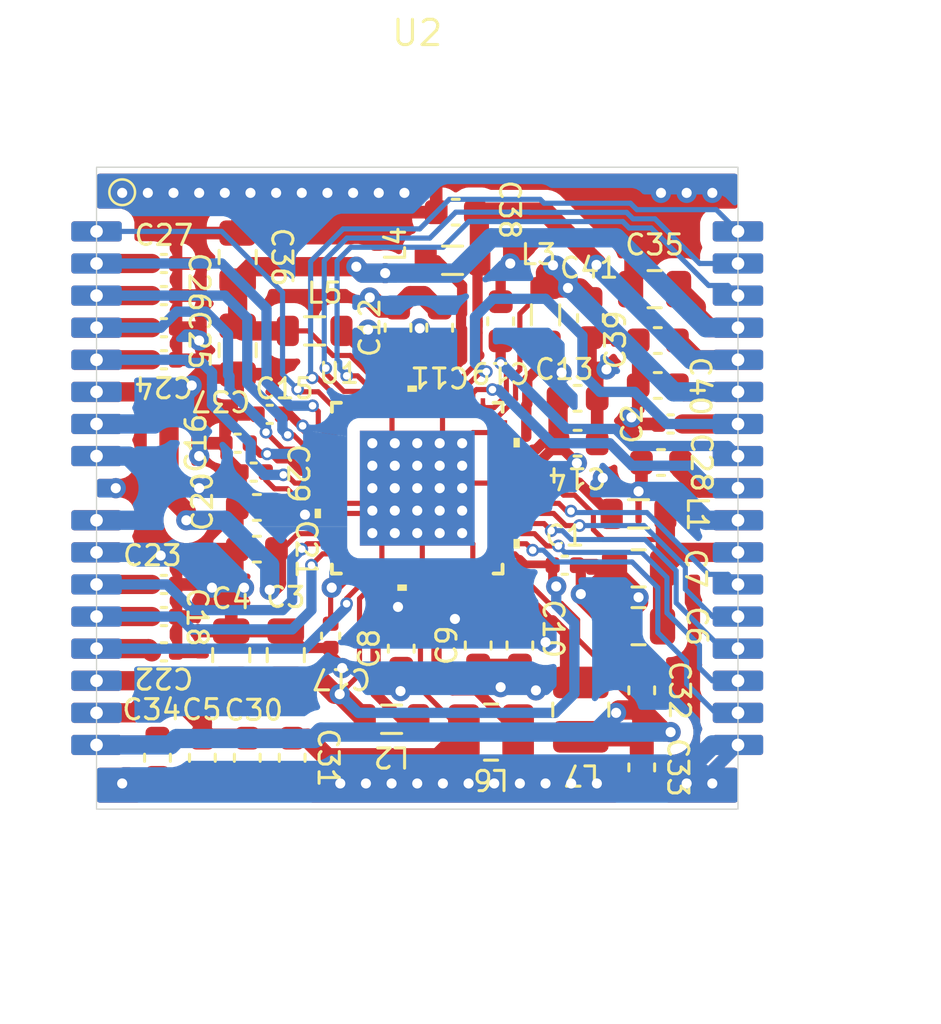
<source format=kicad_pcb>
(kicad_pcb (version 20241229) (generator "pcbnew") (generator_version "9.0")
  (layers (0 "F.Cu" signal) (4 "In1.Cu" signal) (6 "In2.Cu" signal) (2 "B.Cu" signal) (13 "F.Paste" user) (15 "B.Paste" user) (5 "F.SilkS" user "F.Silkscreen") (7 "B.SilkS" user "B.Silkscreen") (1 "F.Mask" user) (3 "B.Mask" user) (25 "Edge.Cuts" user))
  (net 0 "")
  (net 1 "RSTN")
  (net 2 "VOUT7")
  (net 3 "LDO8OUT")
  (net 4 "PWRCTRL3")
  (net 5 "LDO6OUT")
  (net 6 "LDO7OUT")
  (net 7 "SCL")
  (net 8 "VBUS")
  (net 9 "LDO5OUT")
  (net 10 "PWRCTRL2")
  (net 11 "LDO4OUT")
  (net 12 "VOUT4")
  (net 13 "PONKEYN")
  (net 14 "LDO3OUT")
  (net 15 "VOUT6")
  (net 16 "WAKEUPN")
  (net 17 "PWRCTRL1")
  (net 18 "LDO2OUT")
  (net 19 "GND")
  (net 20 "VIN")
  (net 21 "LDO1OUT")
  (net 22 "SDA")
  (net 23 "VREFDDR")
  (net 24 "VOUT5")
  (net 25 "VOUT3")
  (net 26 "VOUT2")
  (net 27 "INTN")
  (net 28 "Net-(U1-VLX5)")
  (net 29 "Net-(U1-VLX4)")
  (net 30 "INTLDO")
  (net 31 "VOUT1")
  (net 32 "Net-(U1-VLX1)")
  (net 33 "Net-(U1-VLX6)")
  (net 34 "Net-(U1-VLX7)")
  (net 35 "Net-(U1-VLX3)")
  (net 36 "Net-(U1-VLX2)")
  (net 37 "LDO3IN")
  (footprint "Inductor_SMD:L_1008_2520Metric" (layer "F.Cu") (at 118.491 80.772)
    (property "Reference" "L6")
    (property "Value" "DFE252012F-R68M=P2 / 0.68u")
  )
  (footprint "Inductor_SMD:L_0805_2012Metric" (layer "F.Cu") (at 114.554 80.264)
    (property "Reference" "L2")
    (property "Value" "DFE201610E-2R2M=P2 / 2.2u")
  )
  (footprint "Inductor_SMD:L_0805_2012Metric" (layer "F.Cu") (at 124.333 72.136)
    (property "Reference" "L1")
    (property "Value" "DFE201610E-2R2M=P2 / 2.2u")
  )
  (footprint "footprints:WFQFN56L_6p5x6p5x0p9_STM" (layer "F.Cu") (at 115.57 71.12)
    (property "Reference" "U1")
    (property "Value" "STPMIC25BPQR")
  )
  (footprint "Capacitor_SMD:C_0402_1005Metric" (layer "F.Cu") (at 112.141 76.962 -90)
    (property "Reference" "C17")
    (property "Value" "1u/25V")
  )
  (footprint "Capacitor_SMD:C_0603_1608Metric" (layer "F.Cu") (at 117.094 60.198 180)
    (property "Reference" "C38")
    (property "Value" "22u/6.3V")
  )
  (footprint "Capacitor_SMD:C_0603_1608Metric" (layer "F.Cu") (at 116.459 64.77 90)
    (property "Reference" "C11")
    (property "Value" "10u/10V")
  )
  (footprint "Capacitor_SMD:C_0603_1608Metric" (layer "F.Cu") (at 121.92 69.342)
    (property "Reference" "C14")
    (property "Value" "10u/10V")
  )
  (footprint "Capacitor_SMD:C_0402_1005Metric" (layer "F.Cu") (at 105.537 63.5)
    (property "Reference" "C26")
    (property "Value" "4.7u/6.3V")
  )
  (footprint "Capacitor_SMD:C_0805_2012Metric" (layer "F.Cu") (at 124.968 63.246 180)
    (property "Reference" "C35")
    (property "Value" "22u")
  )
  (footprint "Capacitor_SMD:C_0805_2012Metric" (layer "F.Cu") (at 110.363 77.724 90)
    (property "Reference" "C3")
    (property "Value" "22u")
  )
  (footprint "Capacitor_SMD:C_0402_1005Metric" (layer "F.Cu") (at 109.093 70.485 180)
    (property "Reference" "C29")
    (property "Value" "4.7u/6.3V")
  )
  (footprint "Capacitor_SMD:C_0603_1608Metric" (layer "F.Cu") (at 117.983 77.343 -90)
    (property "Reference" "C9")
    (property "Value" "10u/10V")
  )
  (footprint "Capacitor_SMD:C_0603_1608Metric" (layer "F.Cu") (at 105.283 81.788 -90)
    (property "Reference" "C34")
    (property "Value" "22u/6.3V")
  )
  (footprint "Capacitor_SMD:C_0402_1005Metric" (layer "F.Cu") (at 105.537 74.93)
    (property "Reference" "C23")
    (property "Value" "4.7u/6.3V")
  )
  (footprint "Capacitor_SMD:C_0603_1608Metric" (layer "F.Cu") (at 121.92 67.564)
    (property "Reference" "C13")
    (property "Value" "10u/10V")
  )
  (footprint "Inductor_SMD:L_0805_2012Metric" (layer "F.Cu") (at 111.506 64.897 180)
    (property "Reference" "L5")
    (property "Value" "DFE201610E-R68M=P2 / 0.68u")
  )
  (footprint "Capacitor_SMD:C_0603_1608Metric" (layer "F.Cu") (at 125.095 67.056 180)
    (property "Reference" "C40")
    (property "Value" "22u/6.3V")
  )
  (footprint "Capacitor_SMD:C_0603_1608Metric" (layer "F.Cu") (at 118.872 64.516 90)
    (property "Reference" "C19")
    (property "Value" "10u/10V")
  )
  (footprint "Inductor_SMD:L_0805_2012Metric" (layer "F.Cu") (at 116.967 62.103)
    (property "Reference" "L4")
    (property "Value" "DFE201610E-R68M=P2 / 0.68u")
  )
  (footprint "Capacitor_SMD:C_0402_1005Metric" (layer "F.Cu") (at 108.458 69.342 180)
    (property "Reference" "C16")
    (property "Value" "1u/25V")
  )
  (footprint "Capacitor_SMD:C_0603_1608Metric" (layer "F.Cu") (at 109.22 73.533 180)
    (property "Reference" "C21")
    (property "Value" "4.7u/10V")
  )
  (footprint "Capacitor_SMD:C_0402_1005Metric" (layer "F.Cu") (at 109.728 68.199 180)
    (property "Reference" "C15")
    (property "Value" "1u/25V")
  )
  (footprint "Inductor_SMD:L_1008_2520Metric" (layer "F.Cu") (at 122.047 79.883 90)
    (property "Reference" "L7")
    (property "Value" "DFE252012F-R68M=P2 / 0.68u")
  )
  (footprint "Capacitor_SMD:C_0603_1608Metric" (layer "F.Cu") (at 109.22 71.882 180)
    (property "Reference" "C20")
    (property "Value" "4.7u/10V")
  )
  (footprint "Capacitor_SMD:C_0402_1005Metric" (layer "F.Cu") (at 105.537 77.597)
    (property "Reference" "C22")
    (property "Value" "4.7u/6.3V")
  )
  (footprint "jc_pmic:jc_pmic_module" (layer "F.Cu") (at 115.57 71.12)
    (property "Reference" "U2")
    (property "Value" "~")
    (fp_rect (start -12.7 -12.7) (end 12.7 12.7) (stroke (width 0.05)) (fill no) (layer "Edge.Cuts"))
  )
  (footprint "Capacitor_SMD:C_0402_1005Metric" (layer "F.Cu") (at 105.537 62.23)
    (property "Reference" "C27")
    (property "Value" "4.7u/6.3V")
  )
  (footprint "Capacitor_SMD:C_0402_1005Metric" (layer "F.Cu") (at 105.537 66.04)
    (property "Reference" "C24")
    (property "Value" "4.7u/6.3V")
  )
  (footprint "Capacitor_SMD:C_0603_1608Metric" (layer "F.Cu") (at 122.428 64.389 -90)
    (property "Reference" "C41")
    (property "Value" "22u/6.3V")
  )
  (footprint "Capacitor_SMD:C_0402_1005Metric" (layer "F.Cu") (at 125.603 68.58 180)
    (property "Reference" "C2")
    (property "Value" "1u/25V")
  )
  (footprint "Capacitor_SMD:C_0805_2012Metric" (layer "F.Cu") (at 108.458 65.659 -90)
    (property "Reference" "C37")
    (property "Value" "22u")
  )
  (footprint "Capacitor_SMD:C_0603_1608Metric" (layer "F.Cu") (at 114.935 77.47 -90)
    (property "Reference" "C8")
    (property "Value" "10u/10V")
  )
  (footprint "Capacitor_SMD:C_0603_1608Metric" (layer "F.Cu") (at 124.46 82.169 -90)
    (property "Reference" "C33")
    (property "Value" "22u/6.3V")
  )
  (footprint "Capacitor_SMD:C_0603_1608Metric" (layer "F.Cu") (at 110.617 81.788 -90)
    (property "Reference" "C31")
    (property "Value" "22u/6.3V")
  )
  (footprint "Capacitor_SMD:C_0805_2012Metric" (layer "F.Cu") (at 108.204 77.724 90)
    (property "Reference" "C4")
    (property "Value" "22u")
  )
  (footprint "Capacitor_SMD:C_0805_2012Metric" (layer "F.Cu") (at 124.333 74.295 180)
    (property "Reference" "C7")
    (property "Value" "22u")
  )
  (footprint "Capacitor_SMD:C_0603_1608Metric" (layer "F.Cu") (at 124.46 79.121 90)
    (property "Reference" "C32")
    (property "Value" "22u/6.3V")
  )
  (footprint "Capacitor_SMD:C_0402_1005Metric" (layer "F.Cu") (at 121.412 74.168)
    (property "Reference" "C1")
    (property "Value" "100n")
  )
  (footprint "Inductor_SMD:L_0805_2012Metric" (layer "F.Cu") (at 120.65 64.262 90)
    (property "Reference" "L3")
    (property "Value" "DFE201610E-R68M=P2 / 0.68u")
  )
  (footprint "Capacitor_SMD:C_0603_1608Metric" (layer "F.Cu") (at 107.061 81.788 -90)
    (property "Reference" "C5")
    (property "Value" "22u/6.3V")
  )
  (footprint "Capacitor_SMD:C_0805_2012Metric" (layer "F.Cu") (at 108.458 61.976 90)
    (property "Reference" "C36")
    (property "Value" "22u")
  )
  (footprint "Capacitor_SMD:C_0603_1608Metric" (layer "F.Cu") (at 125.222 70.104 180)
    (property "Reference" "C28")
    (property "Value" "10u/10V")
  )
  (footprint "Capacitor_SMD:C_0603_1608Metric" (layer "F.Cu") (at 108.839 81.788 -90)
    (property "Reference" "C30")
    (property "Value" "22u/6.3V")
  )
  (footprint "Capacitor_SMD:C_0402_1005Metric" (layer "F.Cu") (at 105.537 64.77)
    (property "Reference" "C25")
    (property "Value" "4.7u/6.3V")
  )
  (footprint "Capacitor_SMD:C_0603_1608Metric" (layer "F.Cu") (at 125.095 65.278 180)
    (property "Reference" "C39")
    (property "Value" "22u/6.3V")
  )
  (footprint "Capacitor_SMD:C_0402_1005Metric" (layer "F.Cu") (at 105.537 76.2)
    (property "Reference" "C18")
    (property "Value" "4.7u/6.3V")
  )
  (footprint "Capacitor_SMD:C_0603_1608Metric" (layer "F.Cu") (at 114.808 64.77 90)
    (property "Reference" "C12")
    (property "Value" "10u/10V")
  )
  (footprint "Capacitor_SMD:C_0603_1608Metric" (layer "F.Cu") (at 119.634 77.343 -90)
    (property "Reference" "C10")
    (property "Value" "10u/10V")
  )
  (footprint "Capacitor_SMD:C_0805_2012Metric" (layer "F.Cu") (at 124.333 76.581 180)
    (property "Reference" "C6")
    (property "Value" "22u")
  )
  (gr_circle (center 103.886 59.4106) (end 104.394 59.3852) (stroke (width 0.1)) (fill no) (layer "F.SilkS"))
  (segment (start 120.6546 73.360674) (end 120.699926 73.406) (width 0.2032) (layer "F.Cu") (net 1))
  (segment (start 118.7577 72.920225) (end 120.214151 72.920225) (width 0.2032) (layer "F.Cu") (net 1))
  (segment (start 120.214151 72.920225) (end 120.6546 73.360674) (width 0.2032) (layer "F.Cu") (net 1))
  (segment (start 120.699926 73.406) (end 121.158 73.406) (width 0.2032) (layer "F.Cu") (net 1))
  (via (at 121.158 73.406) (size 0.5) (drill 0.3) (layers "F.Cu" "B.Cu") (net 1))
  (segment (start 125.4582 76.0552) (end 126.746 77.343) (width 0.2032) (layer "B.Cu") (net 1))
  (segment (start 125.4582 74.6582) (end 125.4582 76.0552) (width 0.2032) (layer "B.Cu") (net 1))
  (segment (start 126.746 78.232) (end 127.254 78.74) (width 0.2032) (layer "B.Cu") (net 1))
  (segment (start 126.746 77.343) (end 126.746 78.232) (width 0.2032) (layer "B.Cu") (net 1))
  (segment (start 127.254 78.74) (end 128.27 78.74) (width 0.2032) (layer "B.Cu") (net 1))
  (segment (start 121.158 73.406) (end 121.412 73.66) (width 0.2032) (layer "B.Cu") (net 1))
  (segment (start 121.412 73.66) (end 124.46 73.66) (width 0.2032) (layer "B.Cu") (net 1))
  (segment (start 124.46 73.66) (end 125.4582 74.6582) (width 0.2032) (layer "B.Cu") (net 1))
  (segment (start 108.646 64.897) (end 108.458 64.709) (width 0.762) (layer "F.Cu") (net 2))
  (segment (start 128.27 64.77) (end 127.127 64.77) (width 0.762) (layer "F.Cu") (net 2))
  (segment (start 109.027 62.357) (end 108.458 62.926) (width 0.762) (layer "F.Cu") (net 2))
  (segment (start 111.259984 64.897) (end 110.4435 64.897) (width 0.2032) (layer "F.Cu") (net 2))
  (segment (start 110.4435 64.897) (end 108.646 64.897) (width 0.762) (layer "F.Cu") (net 2))
  (segment (start 112.916459 65.8694) (end 112.232384 65.8694) (width 0.2032) (layer "F.Cu") (net 2))
  (segment (start 126.619 64.262) (end 126.619 63.947) (width 0.762) (layer "F.Cu") (net 2))
  (segment (start 126.619 63.947) (end 125.918 63.246) (width 0.762) (layer "F.Cu") (net 2))
  (segment (start 113.411 62.611) (end 113.157 62.357) (width 0.762) (layer "F.Cu") (net 2))
  (segment (start 112.232384 65.8694) (end 111.259984 64.897) (width 0.2032) (layer "F.Cu") (net 2))
  (segment (start 127.127 64.77) (end 126.619 64.262) (width 0.762) (layer "F.Cu") (net 2))
  (segment (start 108.458 64.709) (end 108.458 62.926) (width 0.762) (layer "F.Cu") (net 2))
  (segment (start 114.169825 67.9323) (end 114.169825 67.122766) (width 0.2032) (layer "F.Cu") (net 2))
  (segment (start 114.3 62.611) (end 113.411 62.611) (width 0.762) (layer "F.Cu") (net 2))
  (segment (start 113.157 62.357) (end 109.027 62.357) (width 0.762) (layer "F.Cu") (net 2))
  (segment (start 114.169825 67.122766) (end 112.916459 65.8694) (width 0.2032) (layer "F.Cu") (net 2))
  (via (at 113.157 62.357) (size 0.8) (drill 0.4) (layers "F.Cu" "B.Cu") (net 2))
  (via (at 114.3 62.611) (size 0.8) (drill 0.4) (layers "F.Cu" "B.Cu") (net 2))
  (segment (start 117.094 62.611) (end 114.681 62.611) (width 0.762) (layer "B.Cu") (net 2))
  (segment (start 120.777 61.214) (end 118.491 61.214) (width 0.762) (layer "B.Cu") (net 2))
  (segment (start 114.681 62.611) (end 113.411 62.611) (width 0.762) (layer "B.Cu") (net 2))
  (segment (start 128.27 64.77) (end 127 64.77) (width 0.762) (layer "B.Cu") (net 2))
  (segment (start 123.444 61.214) (end 120.777 61.214) (width 0.762) (layer "B.Cu") (net 2))
  (segment (start 113.411 62.611) (end 113.157 62.357) (width 0.762) (layer "B.Cu") (net 2))
  (segment (start 118.491 61.214) (end 117.094 62.611) (width 0.762) (layer "B.Cu") (net 2))
  (segment (start 114.681 62.611) (end 114.3 62.611) (width 0.762) (layer "B.Cu") (net 2))
  (segment (start 127 64.77) (end 126.365 64.135) (width 0.762) (layer "B.Cu") (net 2))
  (segment (start 126.365 64.135) (end 123.444 61.214) (width 0.762) (layer "B.Cu") (net 2))
  (segment (start 102.87 62.23) (end 105.057 62.23) (width 0.762) (layer "F.Cu") (net 3))
  (segment (start 111.6512 68.647711) (end 111.6512 68.08511) (width 0.2032) (layer "F.Cu") (net 3))
  (segment (start 112.3823 68.919725) (end 111.923214 68.919725) (width 0.2032) (layer "F.Cu") (net 3))
  (segment (start 111.6512 68.08511) (end 111.424406 67.858316) (width 0.2032) (layer "F.Cu") (net 3))
  (segment (start 111.923214 68.919725) (end 111.6512 68.647711) (width 0.2032) (layer "F.Cu") (net 3))
  (via (at 111.424406 67.858316) (size 0.5) (drill 0.3) (layers "F.Cu" "B.Cu") (net 3))
  (segment (start 110.530316 67.858316) (end 111.424406 67.858316) (width 0.4064) (layer "B.Cu") (net 3))
  (segment (start 109.601 64.008) (end 109.601 66.929) (width 0.4064) (layer "B.Cu") (net 3))
  (segment (start 109.601 66.929) (end 110.530316 67.858316) (width 0.4064) (layer "B.Cu") (net 3))
  (segment (start 107.823 62.23) (end 109.601 64.008) (width 0.4064) (layer "B.Cu") (net 3))
  (segment (start 102.87 62.23) (end 107.823 62.23) (width 0.4064) (layer "B.Cu") (net 3))
  (segment (start 113.769775 67.9323) (end 113.769775 67.236358) (width 0.2032) (layer "F.Cu") (net 4))
  (segment (start 113.769775 67.236358) (end 113.208417 66.675) (width 0.2032) (layer "F.Cu") (net 4))
  (segment (start 113.208417 66.675) (end 112.776 66.675) (width 0.2032) (layer "F.Cu") (net 4))
  (via (at 112.776 66.675) (size 0.5) (drill 0.3) (layers "F.Cu" "B.Cu") (net 4))
  (segment (start 112.501877 66.138893) (end 112.395 66.032016) (width 0.2032) (layer "B.Cu") (net 4))
  (segment (start 112.395 66.032016) (end 112.395 62.126787) (width 0.2032) (layer "B.Cu") (net 4))
  (segment (start 112.501877 66.400877) (end 112.501877 66.138893) (width 0.2032) (layer "B.Cu") (net 4))
  (segment (start 123.710174 60.5714) (end 123.964174 60.8254) (width 0.2032) (layer "B.Cu") (net 4))
  (segment (start 127.108 63.1) (end 127.87 63.1) (width 0.2032) (layer "B.Cu") (net 4))
  (segment (start 127.87 63.1) (end 128.27 63.5) (width 0.2032) (layer "B.Cu") (net 4))
  (segment (start 123.964174 60.8254) (end 124.8334 60.8254) (width 0.2032) (layer "B.Cu") (net 4))
  (segment (start 112.776 66.675) (end 112.501877 66.400877) (width 0.2032) (layer "B.Cu") (net 4))
  (segment (start 117.6096 60.5714) (end 123.710174 60.5714) (width 0.2032) (layer "B.Cu") (net 4))
  (segment (start 112.934387 61.5874) (end 116.5936 61.5874) (width 0.2032) (layer "B.Cu") (net 4))
  (segment (start 112.395 62.126787) (end 112.934387 61.5874) (width 0.2032) (layer "B.Cu") (net 4))
  (segment (start 124.8334 60.8254) (end 127.108 63.1) (width 0.2032) (layer "B.Cu") (net 4))
  (segment (start 116.5936 61.5874) (end 117.6096 60.5714) (width 0.2032) (layer "B.Cu") (net 4))
  (segment (start 111.231887 70.119875) (end 110.688412 69.5764) (width 0.2032) (layer "F.Cu") (net 5))
  (segment (start 112.3823 70.119875) (end 111.231887 70.119875) (width 0.2032) (layer "F.Cu") (net 5))
  (segment (start 110.252276 69.5764) (end 109.580745 68.904869) (width 0.2032) (layer "F.Cu") (net 5))
  (segment (start 110.688412 69.5764) (end 110.252276 69.5764) (width 0.2032) (layer "F.Cu") (net 5))
  (segment (start 102.87 64.77) (end 105.057 64.77) (width 0.762) (layer "F.Cu") (net 5))
  (via (at 109.580745 68.904869) (size 0.5) (drill 0.3) (layers "F.Cu" "B.Cu") (net 5))
  (segment (start 107.188 64.135) (end 108.077 65.024) (width 0.4064) (layer "B.Cu") (net 5))
  (segment (start 105.41 64.77) (end 106.045 64.135) (width 0.4064) (layer "B.Cu") (net 5))
  (segment (start 108.1354 66.694389) (end 108.1354 67.2414) (width 0.4064) (layer "B.Cu") (net 5))
  (segment (start 108.1354 67.2414) (end 109.580745 68.686745) (width 0.4064) (layer "B.Cu") (net 5))
  (segment (start 108.077 65.024) (end 108.077 66.635989) (width 0.4064) (layer "B.Cu") (net 5))
  (segment (start 106.045 64.135) (end 107.188 64.135) (width 0.4064) (layer "B.Cu") (net 5))
  (segment (start 108.077 66.635989) (end 108.1354 66.694389) (width 0.4064) (layer "B.Cu") (net 5))
  (segment (start 102.87 64.77) (end 105.41 64.77) (width 0.4064) (layer "B.Cu") (net 5))
  (segment (start 109.580745 68.686745) (end 109.580745 68.904869) (width 0.4064) (layer "B.Cu") (net 5))
  (segment (start 112.3823 69.719825) (end 111.374411 69.719825) (width 0.2032) (layer "F.Cu") (net 6))
  (segment (start 110.665807 69.011221) (end 110.439778 69.011221) (width 0.2032) (layer "F.Cu") (net 6))
  (segment (start 111.374411 69.719825) (end 110.665807 69.011221) (width 0.2032) (layer "F.Cu") (net 6))
  (segment (start 102.87 63.5) (end 105.057 63.5) (width 0.762) (layer "F.Cu") (net 6))
  (via (at 110.439778 69.011221) (size 0.5) (drill 0.3) (layers "F.Cu" "B.Cu") (net 6))
  (segment (start 110.2305 68.359511) (end 110.2305 68.801943) (width 0.4064) (layer "B.Cu") (net 6))
  (segment (start 108.839 66.968011) (end 110.2305 68.359511) (width 0.4064) (layer "B.Cu") (net 6))
  (segment (start 107.95 63.5) (end 108.839 64.389) (width 0.4064) (layer "B.Cu") (net 6))
  (segment (start 110.2305 68.801943) (end 110.439778 69.011221) (width 0.4064) (layer "B.Cu") (net 6))
  (segment (start 108.839 64.389) (end 108.839 66.968011) (width 0.4064) (layer "B.Cu") (net 6))
  (segment (start 102.87 63.5) (end 107.95 63.5) (width 0.4064) (layer "B.Cu") (net 6))
  (segment (start 121.451116 72.6004) (end 121.992541 72.6004) (width 0.2032) (layer "F.Cu") (net 7))
  (segment (start 118.7577 72.120125) (end 120.970841 72.120125) (width 0.2032) (layer "F.Cu") (net 7))
  (segment (start 120.970841 72.120125) (end 121.451116 72.6004) (width 0.2032) (layer "F.Cu") (net 7))
  (via (at 121.992541 72.6004) (size 0.5) (drill 0.3) (layers "F.Cu" "B.Cu") (net 7))
  (segment (start 128.27 76.2) (end 127.27 76.2) (width 0.2032) (layer "B.Cu") (net 7))
  (segment (start 126.1846 74.235958) (end 124.549042 72.6004) (width 0.2032) (layer "B.Cu") (net 7))
  (segment (start 124.549042 72.6004) (end 121.992541 72.6004) (width 0.2032) (layer "B.Cu") (net 7))
  (segment (start 126.1846 75.1146) (end 126.1846 74.235958) (width 0.2032) (layer "B.Cu") (net 7))
  (segment (start 127.27 76.2) (end 126.1846 75.1146) (width 0.2032) (layer "B.Cu") (net 7))
  (segment (start 105.7402 67.7672) (end 105.7402 70.3072) (width 0.762) (layer "F.Cu") (net 8))
  (segment (start 109.995 73.533) (end 109.995 74.8758) (width 0.762) (layer "F.Cu") (net 8))
  (segment (start 105.6894 70.358) (end 105.6894 71.3232) (width 0.762) (layer "F.Cu") (net 8))
  (segment (start 105.283 67.31) (end 105.7402 67.7672) (width 0.762) (layer "F.Cu") (net 8))
  (segment (start 102.87 67.31) (end 105.283 67.31) (width 0.762) (layer "F.Cu") (net 8))
  (segment (start 105.7402 70.3072) (end 105.6894 70.358) (width 0.762) (layer "F.Cu") (net 8))
  (segment (start 109.995 74.8758) (end 109.728 75.1428) (width 0.762) (layer "F.Cu") (net 8))
  (segment (start 110.848775 72.920225) (end 110.236 73.533) (width 0.2032) (layer "F.Cu") (net 8))
  (segment (start 106.426 72.0598) (end 106.426 72.39) (width 0.762) (layer "F.Cu") (net 8))
  (segment (start 110.236 73.533) (end 109.995 73.533) (width 0.2032) (layer "F.Cu") (net 8))
  (segment (start 112.3823 72.920225) (end 110.848775 72.920225) (width 0.2032) (layer "F.Cu") (net 8))
  (segment (start 105.6894 71.3232) (end 106.426 72.0598) (width 0.762) (layer "F.Cu") (net 8))
  (via (at 106.426 72.39) (size 0.8) (drill 0.4) (layers "F.Cu" "B.Cu") (net 8))
  (via (at 109.728 75.1428) (size 0.8) (drill 0.4) (layers "F.Cu" "B.Cu") (net 8))
  (segment (start 109.728 74.168) (end 107.95 72.39) (width 0.762) (layer "B.Cu") (net 8))
  (segment (start 107.95 72.39) (end 106.426 72.39) (width 0.762) (layer "B.Cu") (net 8))
  (segment (start 109.728 75.1428) (end 109.728 74.168) (width 0.762) (layer "B.Cu") (net 8))
  (segment (start 112.3823 70.919975) (end 110.724644 70.919975) (width 0.2032) (layer "F.Cu") (net 9))
  (segment (start 110.397469 70.5928) (end 110.267405 70.5928) (width 0.2032) (layer "F.Cu") (net 9))
  (segment (start 110.724644 70.919975) (end 110.397469 70.5928) (width 0.2032) (layer "F.Cu") (net 9))
  (segment (start 102.87 66.04) (end 105.057 66.04) (width 0.762) (layer "F.Cu") (net 9))
  (via (at 110.267405 70.5928) (size 0.5) (drill 0.3) (layers "F.Cu" "B.Cu") (net 9))
  (segment (start 108.974691 69.350691) (end 108.974691 70.035565) (width 0.4064) (layer "B.Cu") (net 9))
  (segment (start 109.531926 70.5928) (end 110.267405 70.5928) (width 0.4064) (layer "B.Cu") (net 9))
  (segment (start 108.974691 70.035565) (end 109.531926 70.5928) (width 0.4064) (layer "B.Cu") (net 9))
  (segment (start 102.87 66.04) (end 106.426 66.04) (width 0.4064) (layer "B.Cu") (net 9))
  (segment (start 107.442 66.548) (end 107.442 67.818) (width 0.4064) (layer "B.Cu") (net 9))
  (segment (start 106.426 66.04) (end 106.553 66.167) (width 0.4064) (layer "B.Cu") (net 9))
  (segment (start 107.442 67.818) (end 108.974691 69.350691) (width 0.4064) (layer "B.Cu") (net 9))
  (segment (start 106.553 66.167) (end 107.061 66.167) (width 0.4064) (layer "B.Cu") (net 9))
  (segment (start 107.061 66.167) (end 107.442 66.548) (width 0.4064) (layer "B.Cu") (net 9))
  (segment (start 111.887 66.430651) (end 111.950277 66.367374) (width 0.2032) (layer "F.Cu") (net 10))
  (segment (start 111.887 66.450311) (end 111.887 66.430651) (width 0.2032) (layer "F.Cu") (net 10))
  (segment (start 111.963324 66.526635) (end 111.887 66.450311) (width 0.2032) (layer "F.Cu") (net 10))
  (segment (start 113.369725 67.3608) (end 113.301125 67.2922) (width 0.2032) (layer "F.Cu") (net 10))
  (segment (start 113.369725 67.9323) (end 113.369725 67.3608) (width 0.2032) (layer "F.Cu") (net 10))
  (segment (start 113.301125 67.2922) (end 112.665655 67.2922) (width 0.2032) (layer "F.Cu") (net 10))
  (segment (start 112.665655 67.2922) (end 111.963324 66.589869) (width 0.2032) (layer "F.Cu") (net 10))
  (segment (start 111.963324 66.589869) (end 111.963324 66.526635) (width 0.2032) (layer "F.Cu") (net 10))
  (via (at 111.950277 66.367374) (size 0.5) (drill 0.3) (layers "F.Cu" "B.Cu") (net 10))
  (segment (start 124.983842 60.4622) (end 124.114616 60.4622) (width 0.2032) (layer "B.Cu") (net 10))
  (segment (start 123.860616 60.2082) (end 120.0252 60.2082) (width 0.2032) (layer "B.Cu") (net 10))
  (segment (start 120.0252 60.2082) (end 120.015 60.198) (width 0.2032) (layer "B.Cu") (net 10))
  (segment (start 124.114616 60.4622) (end 123.860616 60.2082) (width 0.2032) (layer "B.Cu") (net 10))
  (segment (start 111.887 66.304097) (end 111.950277 66.367374) (width 0.2032) (layer "B.Cu") (net 10))
  (segment (start 128.27 62.23) (end 126.751642 62.23) (width 0.2032) (layer "B.Cu") (net 10))
  (segment (start 120.015 60.198) (end 117.094 60.198) (width 0.2032) (layer "B.Cu") (net 10))
  (segment (start 111.887 62.121145) (end 111.887 66.304097) (width 0.2032) (layer "B.Cu") (net 10))
  (segment (start 112.783945 61.2242) (end 111.887 62.121145) (width 0.2032) (layer "B.Cu") (net 10))
  (segment (start 116.0678 61.2242) (end 112.783945 61.2242) (width 0.2032) (layer "B.Cu") (net 10))
  (segment (start 126.751642 62.23) (end 124.983842 60.4622) (width 0.2032) (layer "B.Cu") (net 10))
  (segment (start 117.094 60.198) (end 116.0678 61.2242) (width 0.2032) (layer "B.Cu") (net 10))
  (segment (start 111.210725 73.320275) (end 110.998 73.533) (width 0.2032) (layer "F.Cu") (net 11))
  (segment (start 112.3823 73.320275) (end 111.210725 73.320275) (width 0.2032) (layer "F.Cu") (net 11))
  (segment (start 102.87 74.93) (end 105.057 74.93) (width 0.762) (layer "F.Cu") (net 11))
  (via (at 110.998 73.533) (size 0.5) (drill 0.3) (layers "F.Cu" "B.Cu") (net 11))
  (segment (start 110.617 75.565) (end 110.236 75.946) (width 0.4064) (layer "B.Cu") (net 11))
  (segment (start 110.236 75.946) (end 106.68 75.946) (width 0.4064) (layer "B.Cu") (net 11))
  (segment (start 110.998 73.533) (end 110.617 73.914) (width 0.4064) (layer "B.Cu") (net 11))
  (segment (start 110.617 73.914) (end 110.617 75.565) (width 0.4064) (layer "B.Cu") (net 11))
  (segment (start 106.68 75.946) (end 105.664 74.93) (width 0.4064) (layer "B.Cu") (net 11))
  (segment (start 105.664 74.93) (end 102.87 74.93) (width 0.4064) (layer "B.Cu") (net 11))
  (segment (start 119.8554 74.1354) (end 120.8994 74.1354) (width 0.3048) (layer "F.Cu") (net 12))
  (segment (start 110.363 78.674) (end 111.703656 78.674) (width 0.762) (layer "F.Cu") (net 12))
  (segment (start 112.49875 79.27125) (end 113.4915 80.264) (width 0.762) (layer "F.Cu") (net 12))
  (segment (start 112.300906 79.27125) (end 112.49875 79.27125) (width 0.762) (layer "F.Cu") (net 12))
  (segment (start 120.932 74.168) (end 120.932 74.866536) (width 0.3556) (layer "F.Cu") (net 12))
  (segment (start 120.932 74.866536) (end 121.073087 75.007623) (width 0.3556) (layer "F.Cu") (net 12))
  (segment (start 113.284 78.486) (end 112.49875 79.27125) (width 0.2032) (layer "F.Cu") (net 12))
  (segment (start 111.703656 78.674) (end 112.300906 79.27125) (width 0.762) (layer "F.Cu") (net 12))
  (segment (start 119.440325 73.720325) (end 119.634 73.914) (width 0.2032) (layer "F.Cu") (net 12))
  (segment (start 113.284 75.489417) (end 113.284 78.486) (width 0.2032) (layer "F.Cu") (net 12))
  (segment (start 118.7577 73.720325) (end 119.440325 73.720325) (width 0.2032) (layer "F.Cu") (net 12))
  (segment (start 108.204 78.674) (end 110.363 78.674) (width 0.762) (layer "F.Cu") (net 12))
  (segment (start 108.138 78.74) (end 108.204 78.674) (width 0.762) (layer "F.Cu") (net 12))
  (segment (start 113.769775 75.003642) (end 113.284 75.489417) (width 0.2032) (layer "F.Cu") (net 12))
  (segment (start 102.87 78.74) (end 108.138 78.74) (width 0.762) (layer "F.Cu") (net 12))
  (segment (start 119.634 73.914) (end 119.8554 74.1354) (width 0.3048) (layer "F.Cu") (net 12))
  (segment (start 120.8994 74.1354) (end 120.932 74.168) (width 0.3048) (layer "F.Cu") (net 12))
  (segment (start 113.769775 74.3077) (end 113.769775 75.003642) (width 0.2032) (layer "F.Cu") (net 12))
  (via (at 112.49875 79.27125) (size 0.8) (drill 0.4) (layers "F.Cu" "B.Cu") (net 12))
  (via (at 121.073087 75.007623) (size 0.8) (drill 0.4) (layers "F.Cu" "B.Cu") (net 12))
  (segment (start 121.031 80.01) (end 113.2375 80.01) (width 0.4064) (layer "B.Cu") (net 12))
  (segment (start 121.073087 75.007623) (end 121.073087 75.734087) (width 0.4064) (layer "B.Cu") (net 12))
  (segment (start 121.793 76.454) (end 121.793 79.248) (width 0.4064) (layer "B.Cu") (net 12))
  (segment (start 113.2375 80.01) (end 112.49875 79.27125) (width 0.4064) (layer "B.Cu") (net 12))
  (segment (start 121.073087 75.734087) (end 121.793 76.454) (width 0.4064) (layer "B.Cu") (net 12))
  (segment (start 121.793 79.248) (end 121.031 80.01) (width 0.4064) (layer "B.Cu") (net 12))
  (segment (start 111.652887 67.306716) (end 110.931762 67.306716) (width 0.2032) (layer "F.Cu") (net 13))
  (segment (start 112.3823 68.519675) (end 112.3823 68.036129) (width 0.2032) (layer "F.Cu") (net 13))
  (segment (start 110.931762 67.306716) (end 110.834891 67.209845) (width 0.2032) (layer "F.Cu") (net 13))
  (segment (start 112.3823 68.036129) (end 111.652887 67.306716) (width 0.2032) (layer "F.Cu") (net 13))
  (via (at 110.834891 67.209845) (size 0.5) (drill 0.3) (layers "F.Cu" "B.Cu") (net 13))
  (segment (start 110.236 66.610954) (end 110.834891 67.209845) (width 0.2032) (layer "B.Cu") (net 13))
  (segment (start 107.823 60.96) (end 110.236 63.373) (width 0.2032) (layer "B.Cu") (net 13))
  (segment (start 102.87 60.96) (end 107.823 60.96) (width 0.2032) (layer "B.Cu") (net 13))
  (segment (start 110.236 63.373) (end 110.236 66.610954) (width 0.2032) (layer "B.Cu") (net 13))
  (segment (start 117.770275 67.9323) (end 117.770275 67.3608) (width 0.2032) (layer "F.Cu") (net 14))
  (segment (start 126.746 71.12) (end 128.27 71.12) (width 0.762) (layer "F.Cu") (net 14))
  (segment (start 125.997 70.371) (end 126.746 71.12) (width 0.762) (layer "F.Cu") (net 14))
  (segment (start 117.912869 67.218206) (end 118.547197 67.218206) (width 0.2032) (layer "F.Cu") (net 14))
  (segment (start 117.770275 67.3608) (end 117.912869 67.218206) (width 0.2032) (layer "F.Cu") (net 14))
  (segment (start 125.997 70.104) (end 125.997 70.371) (width 0.762) (layer "F.Cu") (net 14))
  (via (at 118.547197 67.218206) (size 0.5) (drill 0.3) (layers "F.Cu" "B.Cu") (net 14))
  (segment (start 128.27 71.12) (end 127.254 71.12) (width 0.4064) (layer "B.Cu") (net 14))
  (segment (start 124.079 70.231) (end 123.19 69.342) (width 0.4064) (layer "B.Cu") (net 14))
  (segment (start 120.904 69.342) (end 118.780206 67.218206) (width 0.4064) (layer "B.Cu") (net 14))
  (segment (start 127.254 71.12) (end 126.365 70.231) (width 0.4064) (layer "B.Cu") (net 14))
  (segment (start 123.19 69.342) (end 120.904 69.342) (width 0.4064) (layer "B.Cu") (net 14))
  (segment (start 126.365 70.231) (end 124.079 70.231) (width 0.4064) (layer "B.Cu") (net 14))
  (segment (start 118.780206 67.218206) (end 118.547197 67.218206) (width 0.4064) (layer "B.Cu") (net 14))
  (segment (start 117.9576 65.788958) (end 117.9576 64.9732) (width 0.4064) (layer "F.Cu") (net 15))
  (segment (start 118.0295 62.103) (end 118.0295 60.3585) (width 0.762) (layer "F.Cu") (net 15))
  (segment (start 116.970175 67.9323) (end 116.970175 67.047183) (width 0.2032) (layer "F.Cu") (net 15))
  (segment (start 117.9576 64.516) (end 117.9576 64.7192) (width 0.4064) (layer "F.Cu") (net 15))
  (segment (start 120.65 60.198) (end 117.869 60.198) (width 0.762) (layer "F.Cu") (net 15))
  (segment (start 116.970175 67.047183) (end 117.197558 66.8198) (width 0.2032) (layer "F.Cu") (net 15))
  (segment (start 122.666498 62.284256) (end 122.666498 62.214498) (width 0.762) (layer "F.Cu") (net 15))
  (segment (start 118.0295 65.860858) (end 117.9576 65.788958) (width 0.4064) (layer "F.Cu") (net 15))
  (segment (start 117.273141 66.8198) (end 118.0008 66.092141) (width 0.2032) (layer "F.Cu") (net 15))
  (segment (start 117.9576 64.9732) (end 117.9576 64.516) (width 0.4064) (layer "F.Cu") (net 15))
  (segment (start 117.9576 62.1749) (end 118.0295 62.103) (width 0.4064) (layer "F.Cu") (net 15))
  (segment (start 117.197558 66.8198) (end 117.273141 66.8198) (width 0.2032) (layer "F.Cu") (net 15))
  (segment (start 117.9576 64.516) (end 117.9576 62.1749) (width 0.4064) (layer "F.Cu") (net 15))
  (segment (start 122.666498 62.214498) (end 120.65 60.198) (width 0.762) (layer "F.Cu") (net 15))
  (segment (start 118.0008 65.889558) (end 118.0295 65.860858) (width 0.2032) (layer "F.Cu") (net 15))
  (segment (start 118.0295 60.3585) (end 117.869 60.198) (width 0.762) (layer "F.Cu") (net 15))
  (segment (start 118.0008 66.092141) (end 118.0008 65.889558) (width 0.2032) (layer "F.Cu") (net 15))
  (segment (start 128.27 66.04) (end 126.632 66.04) (width 0.762) (layer "F.Cu") (net 15))
  (segment (start 126.632 66.04) (end 125.87 65.278) (width 0.762) (layer "F.Cu") (net 15))
  (via (at 122.666498 62.284256) (size 0.8) (drill 0.4) (layers "F.Cu" "B.Cu") (net 15))
  (segment (start 126.422242 66.04) (end 122.666498 62.284256) (width 0.762) (layer "B.Cu") (net 15))
  (segment (start 128.27 66.04) (end 126.422242 66.04) (width 0.762) (layer "B.Cu") (net 15))
  (segment (start 118.7577 73.320275) (end 119.889275 73.320275) (width 0.2032) (layer "F.Cu") (net 16))
  (segment (start 119.889275 73.320275) (end 120.142 73.573) (width 0.2032) (layer "F.Cu") (net 16))
  (via (at 120.142 73.573) (size 0.5) (drill 0.3) (layers "F.Cu" "B.Cu") (net 16))
  (segment (start 120.563 73.573) (end 121.031 74.041) (width 0.2032) (layer "B.Cu") (net 16))
  (segment (start 121.031 74.041) (end 124.079 74.041) (width 0.2032) (layer "B.Cu") (net 16))
  (segment (start 127.381 80.01) (end 128.27 80.01) (width 0.2032) (layer "B.Cu") (net 16))
  (segment (start 125.095 75.057) (end 125.095 76.835) (width 0.2032) (layer "B.Cu") (net 16))
  (segment (start 126.238 77.978) (end 126.238 78.867) (width 0.2032) (layer "B.Cu") (net 16))
  (segment (start 126.238 78.867) (end 127.381 80.01) (width 0.2032) (layer "B.Cu") (net 16))
  (segment (start 124.079 74.041) (end 125.095 75.057) (width 0.2032) (layer "B.Cu") (net 16))
  (segment (start 120.142 73.573) (end 120.563 73.573) (width 0.2032) (layer "B.Cu") (net 16))
  (segment (start 125.095 76.835) (end 126.238 77.978) (width 0.2032) (layer "B.Cu") (net 16))
  (segment (start 112.792113 67.9323) (end 111.614929 66.755116) (width 0.2032) (layer "F.Cu") (net 17))
  (segment (start 112.969675 67.9323) (end 112.792113 67.9323) (width 0.2032) (layer "F.Cu") (net 17))
  (segment (start 111.614929 66.755116) (end 111.411724 66.755116) (width 0.2032) (layer "F.Cu") (net 17))
  (via (at 111.411724 66.755116) (size 0.5) (drill 0.3) (layers "F.Cu" "B.Cu") (net 17))
  (segment (start 124.011058 59.845) (end 120.590942 59.845) (width 0.2032) (layer "B.Cu") (net 17))
  (segment (start 124.265058 60.099) (end 124.011058 59.845) (width 0.2032) (layer "B.Cu") (net 17))
  (segment (start 127.409 60.099) (end 124.265058 60.099) (width 0.2032) (layer "B.Cu") (net 17))
  (segment (start 115.669 60.861) (end 112.633503 60.861) (width 0.2032) (layer "B.Cu") (net 17))
  (segment (start 116.84 59.69) (end 115.669 60.861) (width 0.2032) (layer "B.Cu") (net 17))
  (segment (start 120.435942 59.69) (end 116.84 59.69) (width 0.2032) (layer "B.Cu") (net 17))
  (segment (start 111.346985 62.147518) (end 111.346985 66.690377) (width 0.2032) (layer "B.Cu") (net 17))
  (segment (start 112.633503 60.861) (end 111.346985 62.147518) (width 0.2032) (layer "B.Cu") (net 17))
  (segment (start 128.27 60.96) (end 127.409 60.099) (width 0.2032) (layer "B.Cu") (net 17))
  (segment (start 120.590942 59.845) (end 120.435942 59.69) (width 0.2032) (layer "B.Cu") (net 17))
  (segment (start 111.346985 66.690377) (end 111.411724 66.755116) (width 0.2032) (layer "B.Cu") (net 17))
  (segment (start 113.369725 74.3077) (end 113.369725 74.888636) (width 0.2032) (layer "F.Cu") (net 18))
  (segment (start 104.93 77.47) (end 105.057 77.597) (width 0.762) (layer "F.Cu") (net 18))
  (segment (start 102.87 77.47) (end 104.93 77.47) (width 0.762) (layer "F.Cu") (net 18))
  (segment (start 113.369725 74.888636) (end 112.7724 75.485961) (width 0.2032) (layer "F.Cu") (net 18))
  (segment (start 112.7724 75.485961) (end 112.7724 75.692) (width 0.2032) (layer "F.Cu") (net 18))
  (via (at 112.7724 75.692) (size 0.5) (drill 0.3) (layers "F.Cu" "B.Cu") (net 18))
  (segment (start 112.7724 75.8226) (end 112.7724 75.692) (width 0.4064) (layer "B.Cu") (net 18))
  (segment (start 102.87 77.47) (end 111.125 77.47) (width 0.4064) (layer "B.Cu") (net 18))
  (segment (start 111.125 77.47) (end 112.7724 75.8226) (width 0.4064) (layer "B.Cu") (net 18))
  (segment (start 116.319 63.995) (end 115.824 63.5) (width 0.762) (layer "F.Cu") (net 19))
  (segment (start 114.1092 63.995) (end 113.6904 63.5762) (width 0.762) (layer "F.Cu") (net 19))
  (segment (start 123.383 74.488) (end 124.333 75.438) (width 0.762) (layer "F.Cu") (net 19))
  (segment (start 122.367 75.311) (end 123.383 74.295) (width 0.762) (layer "F.Cu") (net 19))
  (segment (start 123.383 76.581) (end 123.317 76.581) (width 0.762) (layer "F.Cu") (net 19))
  (segment (start 112.56284 72.1118) (end 112.571165 72.120125) (width 0.2032) (layer "F.Cu") (net 19))
  (segment (start 112.3823 71.730375) (end 112.550139 71.730375) (width 0.2032) (layer "F.Cu") (net 19))
  (segment (start 112.597394 78.180394) (end 112.141 77.724) (width 0.4064) (layer "F.Cu") (net 19))
  (segment (start 123.383 74.295) (end 123.383 74.488) (width 0.762) (layer "F.Cu") (net 19))
  (segment (start 112.560439 71.720075) (end 113.503075 71.720075) (width 0.2032) (layer "F.Cu") (net 19))
  (segment (start 112.550139 71.730375) (end 112.560439 71.720075) (width 0.2032) (layer "F.Cu") (net 19))
  (segment (start 114.169825 73.275825) (end 113.792 72.898) (width 0.2032) (layer "F.Cu") (net 19))
  (segment (start 108.613 71.714) (end 108.445 71.882) (width 0.4064) (layer "F.Cu") (net 19))
  (segment (start 117.770275 73.320275) (end 117.348 72.898) (width 0.2032) (layer "F.Cu") (net 19))
  (segment (start 106.6038 73.787) (end 105.41 73.787) (width 0.4064) (layer "F.Cu") (net 19))
  (segment (start 107.978 69.85) (end 108.613 70.485) (width 0.4064) (layer "F.Cu") (net 19))
  (segment (start 107.978 69.342) (end 107.978 69.85) (width 0.4064) (layer "F.Cu") (net 19))
  (segment (start 108.445 71.9458) (end 106.6038 73.787) (width 0.4064) (layer "F.Cu") (net 19))
  (segment (start 123.383 76.774) (end 123.383 76.581) (width 0.762) (layer "F.Cu") (net 19))
  (segment (start 114.808 63.995) (end 114.1092 63.995) (width 0.762) (layer "F.Cu") (net 19))
  (segment (start 124.46 78.346) (end 124.46 77.851) (width 0.762) (layer "F.Cu") (net 19))
  (segment (start 114.935 78.245) (end 114.935 79.120999) (width 0.4064) (layer "F.Cu") (net 19))
  (segment (start 118.872 62.611) (end 119.253 62.23) (width 0.4064) (layer "F.Cu") (net 19))
  (segment (start 116.570125 69.230875) (end 116.459 69.342) (width 0.2032) (layer "F.Cu") (net 19))
  (segment (start 121.892 74.168) (end 121.92 74.168) (width 0.4064) (layer "F.Cu") (net 19))
  (segment (start 124.333 75.631) (end 123.383 76.581) (width 0.762) (layer "F.Cu") (net 19))
  (segment (start 124.46 77.851) (end 123.383 76.774) (width 0.762) (layer "F.Cu") (net 19))
  (segment (start 117.548025 70.919975) (end 117.348 71.12) (width 0.2032) (layer "F.Cu") (net 19))
  (segment (start 108.613 70.485) (end 108.613 71.714) (width 0.4064) (layer "F.Cu") (net 19))
  (segment (start 112.141 77.442) (end 111.031 77.442) (width 0.4064) (layer "F.Cu") (net 19))
  (segment (start 108.458 66.609) (end 107.0858 66.609) (width 0.762) (layer "F.Cu") (net 19))
  (segment (start 117.770275 68.919725) (end 117.348 69.342) (width 0.2032) (layer "F.Cu") (net 19))
  (segment (start 122.047 75.311) (end 122.367 75.311) (width 0.762) (layer "F.Cu") (net 19))
  (segment (start 114.569875 67.9323) (end 114.569875 69.230875) (width 0.2032) (layer "F.Cu") (net 19))
  (segment (start 117.983 78.118) (end 117.996 78.118) (width 0.4064) (layer "F.Cu") (net 19))
  (segment (start 113.503075 71.720075) (end 113.792 72.009) (width 0.2032) (layer "F.Cu") (net 19))
  (segment (start 112.597394 78.236962) (end 112.597394 78.180394) (width 0.4064) (layer "F.Cu") (net 19))
  (segment (start 107.0858 66.609) (end 106.6388 67.056) (width 0.762) (layer "F.Cu") (net 19))
  (segment (start 118.872 63.741) (end 118.872 62.611) (width 0.4064) (layer "F.Cu") (net 19))
  (segment (start 116.459 63.995) (end 116.319 63.995) (width 0.762) (layer "F.Cu") (net 19))
  (segment (start 114.935 79.120999) (end 114.906715 79.149284) (width 0.4064) (layer "F.Cu") (net 19))
  (segment (start 122.047 74.295) (end 122.047 75.311) (width 0.4064) (layer "F.Cu") (net 19))
  (segment (start 119.634 78.118) (end 119.634 78.486) (width 0.4064) (layer "F.Cu") (net 19))
  (segment (start 114.169825 74.3077) (end 114.169825 73.275825) (width 0.2032) (layer "F.Cu") (net 19))
  (segment (start 113.680875 72.120125) (end 113.792 72.009) (width 0.2032) (layer "F.Cu") (net 19))
  (segment (start 119.634 78.486) (end 120.269 79.121) (width 0.4064) (layer "F.Cu") (net 19))
  (segment (start 115.770025 74.3077) (end 115.770025 73.098025) (width 0.2032) (layer "F.Cu") (net 19))
  (segment (start 112.571165 72.120125) (end 113.680875 72.120125) (width 0.2032) (layer "F.Cu") (net 19))
  (segment (start 121.92 74.168) (end 122.047 74.295) (width 0.4064) (layer "F.Cu") (net 19))
  (segment (start 117.996 78.118) (end 118.872 78.994) (width 0.4064) (layer "F.Cu") (net 19))
  (segment (start 112.141 77.724) (end 112.141 77.442) (width 0.4064) (layer "F.Cu") (net 19))
  (segment (start 123.317 76.581) (end 122.047 75.311) (width 0.762) (layer "F.Cu") (net 19))
  (segment (start 114.569875 69.230875) (end 114.681 69.342) (width 0.2032) (layer "F.Cu") (net 19))
  (segment (start 118.7577 70.919975) (end 117.548025 70.919975) (width 0.2032) (layer "F.Cu") (net 19))
  (segment (start 115.824 63.5) (end 115.303 63.5) (width 0.762) (layer "F.Cu") (net 19))
  (segment (start 111.031 77.442) (end 110.363 76.774) (width 0.4064) (layer "F.Cu") (net 19))
  (segment (start 117.770275 74.3077) (end 117.770275 73.320275) (width 0.2032) (layer "F.Cu") (net 19))
  (segment (start 115.770025 73.098025) (end 115.57 72.898) (width 0.2032) (layer "F.Cu") (net 19))
  (segment (start 115.303 63.5) (end 114.808 63.995) (width 0.762) (layer "F.Cu") (net 19))
  (segment (start 116.570125 67.9323) (end 116.570125 69.230875) (width 0.2032) (layer "F.Cu") (net 19))
  (segment (start 108.445 71.882) (end 108.445 71.9458) (width 0.4064) (layer "F.Cu") (net 19))
  (segment (start 124.333 75.438) (end 124.333 75.631) (width 0.762) (layer "F.Cu") (net 19))
  (segment (start 118.7577 68.919725) (end 117.770275 68.919725) (width 0.2032) (layer "F.Cu") (net 19))
  (segment (start 112.3823 72.1118) (end 112.56284 72.1118) (width 0.2032) (layer "F.Cu") (net 19))
  (via (at 108.712 75.057) (size 0.8) (drill 0.4) (layers "F.Cu" "B.Cu") (net 19))
  (via (at 113.792 69.342) (size 0.8) (drill 0.4) (layers "F.Cu" "B.Cu") (net 19))
  (via (at 113.792 71.12) (size 0.8) (drill 0.4) (layers "F.Cu" "B.Cu") (net 19))
  (via (at 115.57 72.009) (size 0.8) (drill 0.4) (layers "F.Cu" "B.Cu") (net 19))
  (via (at 115.57 69.342) (size 0.8) (drill 0.4) (layers "F.Cu" "B.Cu") (net 19))
  (via (at 117.348 72.009) (size 0.8) (drill 0.4) (layers "F.Cu" "B.Cu") (net 19))
  (via (at 107.95 59.436) (size 0.8) (drill 0.4) (layers "F.Cu" "B.Cu") (net 19))
  (via (at 114.681 71.12) (size 0.8) (drill 0.4) (layers "F.Cu" "B.Cu") (net 19))
  (via (at 117.348 70.231) (size 0.8) (drill 0.4) (layers "F.Cu" "B.Cu") (net 19))
  (via (at 105.918 59.436) (size 0.8) (drill 0.4) (layers "F.Cu" "B.Cu") (net 19))
  (via (at 124.333 71.247) (size 0.8) (drill 0.4) (layers "F.Cu" "B.Cu") (net 19))
  (via (at 108.966 59.436) (size 0.8) (drill 0.4) (layers "F.Cu" "B.Cu") (net 19))
  (via (at 106.6388 67.056) (size 0.8) (drill 0.4) (layers "F.Cu" "B.Cu") (net 19))
  (via (at 116.459 71.12) (size 0.8) (drill 0.4) (layers "F.Cu" "B.Cu") (net 19))
  (via (at 103.886 59.436) (size 0.8) (drill 0.4) (layers "F.Cu" "B.Cu") (net 19))
  (via (at 106.934 59.436) (size 0.8) (drill 0.4) (layers "F.Cu" "B.Cu") (net 19))
  (via (at 110.998 59.436) (size 0.8) (drill 0.4) (layers "F.Cu" "B.Cu") (net 19))
  (via (at 114.681 72.009) (size 0.8) (drill 0.4) (layers "F.Cu" "B.Cu") (net 19))
  (via (at 120.269 79.121) (size 0.8) (drill 0.4) (layers "F.Cu" "B.Cu") (net 19))
  (via (at 113.792 72.009) (size 0.8) (drill 0.4) (layers "F.Cu" "B.Cu") (net 19))
  (via (at 114.681 72.898) (size 0.8) (drill 0.4) (layers "F.Cu" "B.Cu") (net 19))
  (via (at 127.254 82.804) (size 0.8) (drill 0.4) (layers "F.Cu" "B.Cu") (net 19))
  (via (at 105.41 73.787) (size 0.8) (drill 0.4) (layers "F.Cu" "B.Cu") (net 19))
  (via (at 123.063 66.421) (size 0.8) (drill 0.4) (layers "F.Cu" "B.Cu") (net 19))
  (via (at 115.57 71.12) (size 0.8) (drill 0.4) (layers "F.Cu" "B.Cu") (net 19))
  (via (at 121.666 82.804) (size 0.8) (drill 0.4) (layers "F.Cu" "B.Cu") (net 19))
  (via (at 114.554 82.804) (size 0.8) (drill 0.4) (layers "F.Cu" "B.Cu") (net 19))
  (via (at 115.57 82.804) (size 0.8) (drill 0.4) (layers "F.Cu" "B.Cu") (net 19))
  (via (at 113.6904 63.5762) (size 0.8) (drill 0.4) (layers "F.Cu" "B.Cu") (net 19))
  (via (at 112.522 82.804) (size 0.8) (drill 0.4) (layers "F.Cu" "B.Cu") (net 19))
  (via (at 113.792 70.231) (size 0.8) (drill 0.4) (layers "F.Cu" "B.Cu") (net 19))
  (via (at 103.632 71.12) (size 0.8) (drill 0.4) (layers "F.Cu" "B.Cu") (net 19))
  (via (at 117.348 69.342) (size 0.8) (drill 0.4) (layers "F.Cu" "B.Cu") (net 19))
  (via (at 118.618 82.804) (size 0.8) (drill 0.4) (layers "F.Cu" "B.Cu") (net 19))
  (via (at 103.886 82.804) (size 0.8) (drill 0.4) (layers "F.Cu" "B.Cu") (net 19))
  (via (at 109.982 59.436) (size 0.8) (drill 0.4) (layers "F.Cu" "B.Cu") (net 19))
  (via (at 114.681 69.342) (size 0.8) (drill 0.4) (layers "F.Cu" "B.Cu") (net 19))
  (via (at 106.934 65.278) (size 0.8) (drill 0.4) (layers "F.Cu" "B.Cu") (net 19))
  (via (at 127.254 59.436) (size 0.8) (drill 0.4) (layers "F.Cu" "B.Cu") (net 19))
  (via (at 112.597394 78.236962) (size 0.8) (drill 0.4) (layers "F.Cu" "B.Cu") (net 19))
  (via (at 113.792 72.898) (size 0.8) (drill 0.4) (layers "F.Cu" "B.Cu") (net 19))
  (via (at 113.538 82.804) (size 0.8) (drill 0.4) (layers "F.Cu" "B.Cu") (net 19))
  (via (at 124.333 75.438) (size 0.8) (drill 0.4) (layers "F.Cu" "B.Cu") (net 19))
  (via (at 122.682 82.804) (size 0.8) (drill 0.4) (layers "F.Cu" "B.Cu") (net 19))
  (via (at 117.348 72.898) (size 0.8) (drill 0.4) (layers "F.Cu" "B.Cu") (net 19))
  (via (at 107.442 75.057) (size 0.8) (drill 0.4) (layers "F.Cu" "B.Cu") (net 19))
  (via (at 119.634 82.804) (size 0.8) (drill 0.4) (layers "F.Cu" "B.Cu") (net 19))
  (via (at 117.348 71.12) (size 0.8) (drill 0.4) (layers "F.Cu" "B.Cu") (net 19))
  (via (at 115.062 59.436) (size 0.8) (drill 0.4) (layers "F.Cu" "B.Cu") (net 19))
  (via (at 116.459 72.898) (size 0.8) (drill 0.4) (layers "F.Cu" "B.Cu") (net 19))
  (via (at 117.602 82.804) (size 0.8) (drill 0.4) (layers "F.Cu" "B.Cu") (net 19))
  (via (at 122.917535 70.713433) (size 0.8) (drill 0.4) (layers "F.Cu" "B.Cu") (net 19))
  (via (at 126.238 82.804) (size 0.8) (drill 0.4) (layers "F.Cu" "B.Cu") (net 19))
  (via (at 104.902 59.436) (size 0.8) (drill 0.4) (layers "F.Cu" "B.Cu") (net 19))
  (via (at 113.03 59.436) (size 0.8) (drill 0.4) (layers "F.Cu" "B.Cu") (net 19))
  (via (at 116.459 69.342) (size 0.8) (drill 0.4) (layers "F.Cu" "B.Cu") (net 19))
  (via (at 114.681 70.231) (size 0.8) (drill 0.4) (layers "F.Cu" "B.Cu") (net 19))
  (via (at 116.459 72.009) (size 0.8) (drill 0.4) (layers "F.Cu" "B.Cu") (net 19))
  (via (at 124.050393 68.317625) (size 0.8) (drill 0.4) (layers "F.Cu" "B.Cu") (net 19))
  (via (at 126.238 59.436) (size 0.8) (drill 0.4) (layers "F.Cu" "B.Cu") (net 19))
  (via (at 122.047 75.311) (size 0.8) (drill 0.4) (layers "F.Cu" "B.Cu") (net 19))
  (via (at 116.459 70.231) (size 0.8) (drill 0.4) (layers "F.Cu" "B.Cu") (net 19))
  (via (at 112.014 59.436) (size 0.8) (drill 0.4) (layers "F.Cu" "B.Cu") (net 19))
  (via (at 120.65 82.804) (size 0.8) (drill 0.4) (layers "F.Cu" "B.Cu") (net 19))
  (via (at 119.253 62.23) (size 0.8) (drill 0.4) (layers "F.Cu" "B.Cu") (net 19))
  (via (at 118.872 78.994) (size 0.8) (drill 0.4) (layers "F.Cu" "B.Cu") (net 19))
  (via (at 115.57 72.898) (size 0.8) (drill 0.4) (layers "F.Cu" "B.Cu") (net 19))
  (via (at 116.586 82.804) (size 0.8) (drill 0.4) (layers "F.Cu" "B.Cu") (net 19))
  (via (at 114.906715 79.149284) (size 0.8) (drill 0.4) (layers "F.Cu" "B.Cu") (net 19))
  (via (at 114.046 59.436) (size 0.8) (drill 0.4) (layers "F.Cu" "B.Cu") (net 19))
  (via (at 115.57 70.231) (size 0.8) (drill 0.4) (layers "F.Cu" "B.Cu") (net 19))
  (via (at 106.934 69.85) (size 0.8) (drill 0.4) (layers "F.Cu" "B.Cu") (net 19))
  (via (at 125.222 59.436) (size 0.8) (drill 0.4) (layers "F.Cu" "B.Cu") (net 19))
  (segment (start 126.238 82.296) (end 126.238 82.804) (width 0.762) (layer "B.Cu") (net 19))
  (segment (start 105.283 73.66) (end 105.41 73.787) (width 0.762) (layer "B.Cu") (net 19))
  (segment (start 105.156 68.58) (end 106.6388 67.0972) (width 0.762) (layer "B.Cu") (net 19))
  (segment (start 102.87 73.66) (end 105.283 73.66) (width 0.762) (layer "B.Cu") (net 19))
  (segment (start 128.27 72.39) (end 127 72.39) (width 0.762) (layer "B.Cu") (net 19))
  (segment (start 102.87 68.58) (end 105.156 68.58) (width 0.762) (layer "B.Cu") (net 19))
  (segment (start 128.27 81.28) (end 127.254 81.28) (width 0.762) (layer "B.Cu") (net 19))
  (segment (start 125.857 71.247) (end 124.333 71.247) (width 0.762) (layer "B.Cu") (net 19))
  (segment (start 127 72.39) (end 125.857 71.247) (width 0.762) (layer "B.Cu") (net 19))
  (segment (start 127.254 81.28) (end 126.238 82.296) (width 0.762) (layer "B.Cu") (net 19))
  (segment (start 106.6388 67.0972) (end 106.6388 67.056) (width 0.762) (layer "B.Cu") (net 19))
  (segment (start 109.833195 69.770205) (end 109.366205 69.770205) (width 0.3048) (layer "F.Cu") (net 20))
  (segment (start 118.7577 69.719825) (end 120.018175 69.719825) (width 0.2032) (layer "F.Cu") (net 20))
  (segment (start 119.634 76.2) (end 119.634 76.568) (width 0.3556) (layer "F.Cu") (net 20))
  (segment (start 114.969925 74.3077) (end 114.969925 75.022075) (width 0.2032) (layer "F.Cu") (net 20))
  (segment (start 114.808 75.438) (end 114.808 75.819) (width 0.4064) (layer "F.Cu") (net 20))
  (segment (start 114.935 75.057) (end 114.808 75.184) (width 0.3048) (layer "F.Cu") (net 20))
  (segment (start 117.983 75.692) (end 119.126 75.692) (width 0.3556) (layer "F.Cu") (net 20))
  (segment (start 115.770025 66.728975) (end 115.951 66.548) (width 0.2032) (layer "F.Cu") (net 20))
  (segment (start 119.126 75.692) (end 119.634 76.2) (width 0.3556) (layer "F.Cu") (net 20))
  (segment (start 117.983 76.568) (end 117.335 76.568) (width 0.3556) (layer "F.Cu") (net 20))
  (segment (start 111.4714 72.515025) (end 111.125 72.168625) (width 0.2032) (layer "F.Cu") (net 20))
  (segment (start 116.967 75.438) (end 116.967 75.565) (width 0.2032) (layer "F.Cu") (net 20))
  (segment (start 115.951 66.307) (end 115.951 66.548) (width 0.4064) (layer "F.Cu") (net 20))
  (segment (start 116.570125 75.041125) (end 116.713 75.184) (width 0.2032) (layer "F.Cu") (net 20))
  (segment (start 116.967 75.565) (end 116.967 76.2) (width 0.3556) (layer "F.Cu") (net 20))
  (segment (start 121.145 69.382232) (end 121.890962 70.128194) (width 0.4064) (layer "F.Cu") (net 20))
  (segment (start 120.002 76.568) (end 120.65 77.216) (width 0.4064) (layer "F.Cu") (net 20))
  (segment (start 111.636175 69.319775) (end 111.379 69.0626) (width 0.2032) (layer "F.Cu") (net 20))
  (segment (start 114.808 75.819) (end 114.808 76.568) (width 0.4064) (layer "F.Cu") (net 20))
  (segment (start 116.967 76.2) (end 117.06225 76.29525) (width 0.3556) (layer "F.Cu") (net 20))
  (segment (start 116.970175 74.3077) (end 116.970175 75.003642) (width 0.2032) (layer "F.Cu") (net 20))
  (segment (start 117.531533 75.565) (end 117.856 75.565) (width 0.2032) (layer "F.Cu") (net 20))
  (segment (start 112.499775 75.057) (end 112.1822 75.057) (width 0.2032) (layer "F.Cu") (net 20))
  (segment (start 117.335 76.568) (end 117.06225 76.29525) (width 0.3556) (layer "F.Cu") (net 20))
  (segment (start 112.141 75.0982) (end 112.1822 75.057) (width 0.2032) (layer "F.Cu") (net 20))
  (segment (start 112.969675 74.5871) (end 112.499775 75.057) (width 0.2032) (layer "F.Cu") (net 20))
  (segment (start 119.903875 70.119875) (end 119.91975 70.104) (width 0.4064) (layer "F.Cu") (net 20))
  (segment (start 112.3823 72.515025) (end 111.4714 72.515025) (width 0.2032) (layer "F.Cu") (net 20))
  (segment (start 116.713 75.184) (end 116.967 75.438) (width 0.2032) (layer "F.Cu") (net 20))
  (segment (start 115.770025 67.9323) (end 115.770025 66.728975) (width 0.2032) (layer "F.Cu") (net 20))
  (segment (start 111.026782 68.652818) (end 111.030917 68.652818) (width 0.3048) (layer "F.Cu") (net 20))
  (segment (start 116.713 65.545) (end 115.951 66.307) (width 0.4064) (layer "F.Cu") (net 20))
  (segment (start 110.998 70.485) (end 110.5034 69.9904) (width 0.3048) (layer "F.Cu") (net 20))
  (segment (start 112.3823 70.519925) (end 111.032925 70.519925) (width 0.2032) (layer "F.Cu") (net 20))
  (segment (start 114.808 75.184) (end 114.808 75.438) (width 0.3048) (layer "F.Cu") (net 20))
  (segment (start 112.969675 74.3077) (end 112.969675 74.5871) (width 0.2032) (layer "F.Cu") (net 20))
  (segment (start 115.369975 67.9323) (end 115.369975 66.855975) (width 0.2032) (layer "F.Cu") (net 20))
  (segment (start 117.856 75.565) (end 117.983 75.692) (width 0.3556) (layer "F.Cu") (net 20))
  (segment (start 115.189 66.675) (end 114.808 66.294) (width 0.3556) (layer "F.Cu") (net 20))
  (segment (start 110.053391 69.9904) (end 109.833195 69.770205) (width 0.3048) (layer "F.Cu") (net 20))
  (segment (start 114.808 65.545) (end 114.320265 65.545) (width 0.4064) (layer "F.Cu") (net 20))
  (segment (start 121.145 69.342) (end 121.145 67.564) (width 0.762) (layer "F.Cu") (net 20))
  (segment (start 116.570125 74.3077) (end 116.570125 75.041125) (width 0.2032) (layer "F.Cu") (net 20))
  (segment (start 112.3823 69.319775) (end 111.636175 69.319775) (width 0.2032) (layer "F.Cu") (net 20))
  (segment (start 115.369975 66.855975) (end 115.189 66.675) (width 0.2032) (layer "F.Cu") (net 20))
  (segment (start 109.82799 69.765) (end 109.627891 69.765) (width 0.3048) (layer "F.Cu") (net 20))
  (segment (start 116.418451 65.545) (end 115.669497 64.796046) (width 0.4064) (layer "F.Cu") (net 20))
  (segment (start 109.995 71.882) (end 110.281625 72.168625) (width 0.762) (layer "F.Cu") (net 20))
  (segment (start 110.5154 68.199) (end 110.208 68.199) (width 0.3556) (layer "F.Cu") (net 20))
  (segment (start 110.998 68.6816) (end 110.5154 68.199) (width 0.3556) (layer "F.Cu") (net 20))
  (segment (start 116.970175 75.003642) (end 117.531533 75.565) (width 0.2032) (layer "F.Cu") (net 20))
  (segment (start 121.145 69.342) (end 121.145 69.382232) (width 0.4064) (layer "F.Cu") (net 20))
  (segment (start 116.459 65.545) (end 116.418451 65.545) (width 0.4064) (layer "F.Cu") (net 20))
  (segment (start 120.523 70.104) (end 120.523 69.964) (width 0.4064) (layer "F.Cu") (net 20))
  (segment (start 120.018175 69.719825) (end 120.142 69.596) (width 0.2032) (layer "F.Cu") (net 20))
  (segment (start 119.91975 70.104) (end 120.523 70.104) (width 0.4064) (layer "F.Cu") (net 20))
  (segment (start 111.379 69.0626) (end 110.998 68.6816) (width 0.3556) (layer "F.Cu") (net 20))
  (segment (start 114.808 76.568) (end 114.935 76.695) (width 0.4064) (layer "F.Cu") (net 20))
  (segment (start 110.998 68.6816) (end 111.026782 68.652818) (width 0.3048) (layer "F.Cu") (net 20))
  (segment (start 121.145 67.564) (end 121.145 66.688) (width 0.4064) (layer "F.Cu") (net 20))
  (segment (start 112.141 76.482) (end 112.141 75.0982) (width 0.2032) (layer "F.Cu") (net 20))
  (segment (start 110.5034 69.9904) (end 110.053391 69.9904) (width 0.3048) (layer "F.Cu") (net 20))
  (segment (start 109.366205 69.770205) (end 108.938 69.342) (width 0.3048) (layer "F.Cu") (net 20))
  (segment (start 114.969925 75.022075) (end 114.935 75.057) (width 0.2032) (layer "F.Cu") (net 20))
  (segment (start 119.634 76.568) (end 120.002 76.568) (width 0.4064) (layer "F.Cu") (net 20))
  (segment (start 120.523 69.964) (end 121.145 69.342) (width 0.4064) (layer "F.Cu") (net 20))
  (segment (start 121.145 66.688) (end 121.285 66.548) (width 0.4064) (layer "F.Cu") (net 20))
  (segment (start 118.7577 70.119875) (end 119.903875 70.119875) (width 0.2032) (layer "F.Cu") (net 20))
  (segment (start 109.833195 69.770205) (end 109.82799 69.765) (width 0.3048) (layer "F.Cu") (net 20))
  (segment (start 120.142 69.596) (end 120.269 69.596) (width 0.4064) (layer "F.Cu") (net 20))
  (segment (start 110.281625 72.168625) (end 111.125 72.168625) (width 0.762) (layer "F.Cu") (net 20))
  (segment (start 120.523 69.342) (end 121.145 69.342) (width 0.4064) (layer "F.Cu") (net 20))
  (segment (start 114.320265 65.545) (end 113.621376 64.846111) (width 0.4064) (layer "F.Cu") (net 20))
  (segment (start 114.808 66.294) (end 114.808 65.545) (width 0.3556) (layer "F.Cu") (net 20))
  (segment (start 120.269 69.596) (end 120.523 69.342) (width 0.4064) (layer "F.Cu") (net 20))
  (via (at 109.627891 69.765) (size 0.5) (drill 0.3) (layers "F.Cu" "B.Cu") (net 20))
  (via (at 115.669497 64.796046) (size 0.8) (drill 0.4) (layers "F.Cu" "B.Cu") (net 20))
  (via (at 121.285 66.548) (size 0.8) (drill 0.4) (layers "F.Cu" "B.Cu") (net 20))
  (via (at 114.808 75.819) (size 0.8) (drill 0.4) (layers "F.Cu" "B.Cu") (net 20))
  (via (at 111.030917 68.652818) (size 0.5) (drill 0.3) (layers "F.Cu" "B.Cu") (net 20))
  (via (at 117.06225 76.29525) (size 0.8) (drill 0.4) (layers "F.Cu" "B.Cu") (net 20))
  (via (at 120.65 77.216) (size 0.8) (drill 0.4) (layers "F.Cu" "B.Cu") (net 20))
  (via (at 111.125 72.168625) (size 0.8) (drill 0.4) (layers "F.Cu" "B.Cu") (net 20))
  (via (at 121.890962 70.128194) (size 0.8) (drill 0.4) (layers "F.Cu" "B.Cu") (net 20))
  (via (at 113.621376 64.846111) (size 0.8) (drill 0.4) (layers "F.Cu" "B.Cu") (net 20))
  (via (at 106.934 71.12) (size 0.8) (drill 0.4) (layers "F.Cu" "B.Cu") (net 20))
  (via (at 112.1822 75.057) (size 0.8) (drill 0.4) (layers "F.Cu" "B.Cu") (net 20))
  (segment (start 109.627891 69.765) (end 110.9306 69.765) (width 0.4064) (layer "B.Cu") (net 20))
  (segment (start 102.87 69.85) (end 104.14 69.85) (width 0.762) (layer "B.Cu") (net 20))
  (segment (start 111.252 68.873901) (end 111.030917 68.652818) (width 0.4064) (layer "B.Cu") (net 20))
  (segment (start 104.14 69.85) (end 105.156 70.866) (width 0.762) (layer "B.Cu") (net 20))
  (segment (start 104.521 72.39) (end 102.87 72.39) (width 0.762) (layer "B.Cu") (net 20))
  (segment (start 111.252 69.4436) (end 111.252 68.873901) (width 0.4064) (layer "B.Cu") (net 20))
  (segment (start 110.9306 69.765) (end 111.252 69.4436) (width 0.4064) (layer "B.Cu") (net 20))
  (segment (start 105.156 71.755) (end 104.521 72.39) (width 0.762) (layer "B.Cu") (net 20))
  (segment (start 105.156 70.866) (end 105.156 71.755) (width 0.762) (layer "B.Cu") (net 20))
  (segment (start 102.87 76.2) (end 105.057 76.2) (width 0.762) (layer "F.Cu") (net 21))
  (segment (start 111.826675 73.720325) (end 111.379 74.168) (width 0.2032) (layer "F.Cu") (net 21))
  (segment (start 112.3823 73.720325) (end 111.826675 73.720325) (width 0.2032) (layer "F.Cu") (net 21))
  (via (at 111.379 74.168) (size 0.5) (drill 0.3) (layers "F.Cu" "B.Cu") (net 21))
  (segment (start 110.617 76.708) (end 106.640989 76.708) (width 0.4064) (layer "B.Cu") (net 21))
  (segment (start 106.132989 76.2) (end 102.87 76.2) (width 0.4064) (layer "B.Cu") (net 21))
  (segment (start 106.640989 76.708) (end 106.132989 76.2) (width 0.4064) (layer "B.Cu") (net 21))
  (segment (start 111.379 74.168) (end 111.379 75.946) (width 0.4064) (layer "B.Cu") (net 21))
  (segment (start 111.379 75.946) (end 110.617 76.708) (width 0.4064) (layer "B.Cu") (net 21))
  (segment (start 118.7577 71.720075) (end 121.175978 71.720075) (width 0.2032) (layer "F.Cu") (net 22))
  (segment (start 121.175978 71.720075) (end 121.481819 72.025916) (width 0.2032) (layer "F.Cu") (net 22))
  (segment (start 121.481819 72.025916) (end 121.656713 72.025916) (width 0.2032) (layer "F.Cu") (net 22))
  (via (at 121.656713 72.025916) (size 0.5) (drill 0.3) (layers "F.Cu" "B.Cu") (net 22))
  (segment (start 127.108 74.53) (end 124.662591 72.084591) (width 0.2032) (layer "B.Cu") (net 22))
  (segment (start 127.87 74.53) (end 127.108 74.53) (width 0.2032) (layer "B.Cu") (net 22))
  (segment (start 128.27 74.93) (end 127.87 74.53) (width 0.2032) (layer "B.Cu") (net 22))
  (segment (start 124.662591 72.084591) (end 121.715388 72.084591) (width 0.2032) (layer "B.Cu") (net 22))
  (segment (start 121.715388 72.084591) (end 121.656713 72.025916) (width 0.2032) (layer "B.Cu") (net 22))
  (segment (start 117.3638 67.9323) (end 117.3638 67.242783) (width 0.2032) (layer "F.Cu") (net 23))
  (segment (start 128.27 68.58) (end 126.083 68.58) (width 0.762) (layer "F.Cu") (net 23))
  (segment (start 117.3638 67.242783) (end 118.097625 66.508958) (width 0.2032) (layer "F.Cu") (net 23))
  (segment (start 118.097625 66.508958) (end 118.307495 66.508958) (width 0.2032) (layer "F.Cu") (net 23))
  (via (at 118.307495 66.508958) (size 0.5) (drill 0.3) (layers "F.Cu" "B.Cu") (net 23))
  (segment (start 118.307495 66.508958) (end 118.197958 66.508958) (width 0.4064) (layer "B.Cu") (net 23))
  (segment (start 122.1105 66.6115) (end 122.809 67.31) (width 0.4064) (layer "B.Cu") (net 23))
  (segment (start 122.809 67.31) (end 124.178665 67.31) (width 0.4064) (layer "B.Cu") (net 23))
  (segment (start 117.856 64.3454) (end 118.5744 63.627) (width 0.4064) (layer "B.Cu") (net 23))
  (segment (start 125.448665 68.58) (end 128.27 68.58) (width 0.4064) (layer "B.Cu") (net 23))
  (segment (start 122.1105 65.0875) (end 122.1105 66.6115) (width 0.4064) (layer "B.Cu") (net 23))
  (segment (start 118.5744 63.627) (end 120.65 63.627) (width 0.4064) (layer "B.Cu") (net 23))
  (segment (start 117.856 66.167) (end 117.856 64.3454) (width 0.4064) (layer "B.Cu") (net 23))
  (segment (start 120.65 63.627) (end 122.1105 65.0875) (width 0.4064) (layer "B.Cu") (net 23))
  (segment (start 124.178665 67.31) (end 125.448665 68.58) (width 0.4064) (layer "B.Cu") (net 23))
  (segment (start 118.197958 66.508958) (end 117.856 66.167) (width 0.4064) (layer "B.Cu") (net 23))
  (segment (start 128.27 73.66) (end 125.918 73.66) (width 0.762) (layer "F.Cu") (net 24))
  (segment (start 119.683285 71.320025) (end 119.75631 71.247) (width 0.2032) (layer "F.Cu") (net 24))
  (segment (start 125.3955 73.279) (end 125.3955 74.1825) (width 0.762) (layer "F.Cu") (net 24))
  (segment (start 125.3955 72.136) (end 125.3955 73.279) (width 0.762) (layer "F.Cu") (net 24))
  (segment (start 121.216545 71.247) (end 121.365739 71.396194) (width 0.2032) (layer "F.Cu") (net 24))
  (segment (start 121.807073 71.396194) (end 122.544141 72.133262) (width 0.2032) (layer "F.Cu") (net 24))
  (segment (start 122.544141 72.760141) (end 122.936 73.152) (width 0.2032) (layer "F.Cu") (net 24))
  (segment (start 122.936 73.152) (end 125.2685 73.152) (width 0.2032) (layer "F.Cu") (net 24))
  (segment (start 125.283 74.295) (end 125.283 76.581) (width 0.762) (layer "F.Cu") (net 24))
  (segment (start 125.3955 74.1825) (end 125.283 74.295) (width 0.762) (layer "F.Cu") (net 24))
  (segment (start 118.7577 71.320025) (end 119.683285 71.320025) (width 0.2032) (layer "F.Cu") (net 24))
  (segment (start 125.918 73.66) (end 125.283 74.295) (width 0.762) (layer "F.Cu") (net 24))
  (segment (start 122.544141 72.133262) (end 122.544141 72.760141) (width 0.2032) (layer "F.Cu") (net 24))
  (segment (start 125.2685 73.152) (end 125.3955 73.279) (width 0.2032) (layer "F.Cu") (net 24))
  (segment (start 119.75631 71.247) (end 121.216545 71.247) (width 0.2032) (layer "F.Cu") (net 24))
  (segment (start 121.365739 71.396194) (end 121.807073 71.396194) (width 0.2032) (layer "F.Cu") (net 24))
  (segment (start 104.394 80.01) (end 104.648 79.756) (width 0.762) (layer "F.Cu") (net 25))
  (segment (start 104.648 79.756) (end 106.426 79.756) (width 0.762) (layer "F.Cu") (net 25))
  (segment (start 115.697 75.206225) (end 115.697 79.053) (width 0.2032) (layer "F.Cu") (net 25))
  (segment (start 106.426 79.756) (end 107.061 80.391) (width 0.762) (layer "F.Cu") (net 25))
  (segment (start 115.697 79.053) (end 117.416 80.772) (width 0.2032) (layer "F.Cu") (net 25))
  (segment (start 115.369975 74.3077) (end 115.369975 74.8792) (width 0.2032) (layer "F.Cu") (net 25))
  (segment (start 108.839 81.013) (end 107.061 81.013) (width 0.762) (layer "F.Cu") (net 25))
  (segment (start 115.369975 74.8792) (end 115.697 75.206225) (width 0.2032) (layer "F.Cu") (net 25))
  (segment (start 107.061 80.391) (end 107.061 81.013) (width 0.762) (layer "F.Cu") (net 25))
  (segment (start 111.239 81.013) (end 110.617 81.013) (width 0.762) (layer "F.Cu") (net 25))
  (segment (start 116.4 81.788) (end 112.014 81.788) (width 0.762) (layer "F.Cu") (net 25))
  (segment (start 117.416 80.772) (end 116.4 81.788) (width 0.762) (layer "F.Cu") (net 25))
  (segment (start 110.617 81.013) (end 108.839 81.013) (width 0.762) (layer "F.Cu") (net 25))
  (segment (start 102.87 80.01) (end 104.394 80.01) (width 0.762) (layer "F.Cu") (net 25))
  (segment (start 112.014 81.788) (end 111.239 81.013) (width 0.762) (layer "F.Cu") (net 25))
  (segment (start 123.19 77.724) (end 123.444 77.978) (width 0.2032) (layer "F.Cu") (net 26))
  (segment (start 121.92 77.089) (end 122.555 77.724) (width 0.2032) (layer "F.Cu") (net 26))
  (segment (start 123.444 77.978) (end 123.444 78.88) (width 0.2032) (layer "F.Cu") (net 26))
  (segment (start 105.016 81.28) (end 105.283 81.013) (width 0.762) (layer "F.Cu") (net 26))
  (segment (start 123.558 79.896) (end 123.444 80.01) (width 0.762) (layer "F.Cu") (net 26))
  (segment (start 121.92 76.327) (end 121.92 77.089) (width 0.2032) (layer "F.Cu") (net 26))
  (segment (start 125.603 80.772) (end 125.336 80.772) (width 0.762) (layer "F.Cu") (net 26))
  (segment (start 122.047 80.958) (end 124.401 80.958) (width 0.762) (layer "F.Cu") (net 26))
  (segment (start 118.170325 74.3077) (end 119.416487 74.3077) (width 0.2032) (layer "F.Cu") (net 26))
  (segment (start 102.87 81.28) (end 105.016 81.28) (width 0.762) (layer "F.Cu") (net 26))
  (segment (start 122.555 77.724) (end 123.19 77.724) (width 0.2032) (layer "F.Cu") (net 26))
  (segment (start 121.273107 75.680107) (end 121.92 76.327) (width 0.2032) (layer "F.Cu") (net 26))
  (segment (start 124.401 80.958) (end 124.46 80.899) (width 0.762) (layer "F.Cu") (net 26))
  (segment (start 125.336 80.772) (end 124.46 79.896) (width 0.762) (layer "F.Cu") (net 26))
  (segment (start 120.788894 75.680107) (end 121.273107 75.680107) (width 0.2032) (layer "F.Cu") (net 26))
  (segment (start 119.416487 74.3077) (end 120.788894 75.680107) (width 0.2032) (layer "F.Cu") (net 26))
  (segment (start 124.46 79.896) (end 124.46 80.899) (width 0.762) (layer "F.Cu") (net 26))
  (segment (start 124.46 79.896) (end 123.558 79.896) (width 0.762) (layer "F.Cu") (net 26))
  (segment (start 124.46 80.899) (end 124.46 81.394) (width 0.762) (layer "F.Cu") (net 26))
  (segment (start 123.444 78.88) (end 124.46 79.896) (width 0.2032) (layer "F.Cu") (net 26))
  (via (at 123.444 80.01) (size 0.8) (drill 0.4) (layers "F.Cu" "B.Cu") (net 26))
  (via (at 125.603 80.772) (size 0.8) (drill 0.4) (layers "F.Cu" "B.Cu") (net 26))
  (segment (start 102.87 81.28) (end 105.791 81.28) (width 0.762) (layer "B.Cu") (net 26))
  (segment (start 122.682 80.772) (end 125.603 80.772) (width 0.762) (layer "B.Cu") (net 26))
  (segment (start 111.76 80.772) (end 122.682 80.772) (width 0.762) (layer "B.Cu") (net 26))
  (segment (start 111.506 81.026) (end 111.76 80.772) (width 0.762) (layer "B.Cu") (net 26))
  (segment (start 106.045 81.026) (end 111.506 81.026) (width 0.762) (layer "B.Cu") (net 26))
  (segment (start 122.682 80.772) (end 123.444 80.01) (width 0.762) (layer "B.Cu") (net 26))
  (segment (start 105.791 81.28) (end 106.045 81.026) (width 0.762) (layer "B.Cu") (net 26))
  (segment (start 120.590809 72.520175) (end 120.872817 72.802183) (width 0.2032) (layer "F.Cu") (net 27))
  (segment (start 118.7577 72.520175) (end 120.590809 72.520175) (width 0.2032) (layer "F.Cu") (net 27))
  (via (at 120.872817 72.802183) (size 0.5) (drill 0.3) (layers "F.Cu" "B.Cu") (net 27))
  (segment (start 125.8214 74.3864) (end 124.587 73.152) (width 0.2032) (layer "B.Cu") (net 27))
  (segment (start 128.27 77.47) (end 127.635 77.47) (width 0.2032) (layer "B.Cu") (net 27))
  (segment (start 121.316183 72.802183) (end 120.872817 72.802183) (width 0.2032) (layer "B.Cu") (net 27))
  (segment (start 124.587 73.152) (end 121.666 73.152) (width 0.2032) (layer "B.Cu") (net 27))
  (segment (start 125.8214 75.6564) (end 125.8214 74.3864) (width 0.2032) (layer "B.Cu") (net 27))
  (segment (start 127.635 77.47) (end 125.8214 75.6564) (width 0.2032) (layer "B.Cu") (net 27))
  (segment (start 121.666 73.152) (end 121.316183 72.802183) (width 0.2032) (layer "B.Cu") (net 27))
  (segment (start 118.7577 70.519925) (end 119.541925 70.519925) (width 0.2032) (layer "F.Cu") (net 28))
  (segment (start 121.527148 70.900277) (end 121.968482 70.900277) (width 0.4064) (layer "F.Cu") (net 28))
  (segment (start 119.541925 70.519925) (end 119.761 70.739) (width 0.2032) (layer "F.Cu") (net 28))
  (segment (start 121.365871 70.739) (end 121.527148 70.900277) (width 0.4064) (layer "F.Cu") (net 28))
  (segment (start 119.761 70.739) (end 120.015 70.739) (width 0.2032) (layer "F.Cu") (net 28))
  (segment (start 121.968482 70.900277) (end 123.204205 72.136) (width 0.4064) (layer "F.Cu") (net 28))
  (segment (start 123.204205 72.136) (end 123.2705 72.136) (width 0.4064) (layer "F.Cu") (net 28))
  (segment (start 120.015 70.739) (end 121.365871 70.739) (width 0.4064) (layer "F.Cu") (net 28))
  (segment (start 114.046 75.360516) (end 114.046 75.438) (width 0.2032) (layer "F.Cu") (net 29))
  (segment (start 113.919 75.565) (end 113.919 79.240897) (width 0.4064) (layer "F.Cu") (net 29))
  (segment (start 114.569875 74.836641) (end 114.046 75.360516) (width 0.2032) (layer "F.Cu") (net 29))
  (segment (start 114.569875 74.3077) (end 114.569875 74.836641) (width 0.2032) (layer "F.Cu") (net 29))
  (segment (start 114.046 75.438) (end 113.919 75.565) (width 0.4064) (layer "F.Cu") (net 29))
  (segment (start 114.942103 80.264) (end 115.6165 80.264) (width 0.4064) (layer "F.Cu") (net 29))
  (segment (start 113.919 79.240897) (end 114.942103 80.264) (width 0.4064) (layer "F.Cu") (net 29))
  (segment (start 110.622206 71.3384) (end 110.428206 71.1444) (width 0.2032) (layer "F.Cu") (net 30))
  (segment (start 109.573 70.794999) (end 109.573 70.485) (width 0.2032) (layer "F.Cu") (net 30))
  (segment (start 112.369075 71.3384) (end 110.622206 71.3384) (width 0.2032) (layer "F.Cu") (net 30))
  (segment (start 112.3823 71.325175) (end 112.369075 71.3384) (width 0.2032) (layer "F.Cu") (net 30))
  (segment (start 110.428206 71.1444) (end 109.922401 71.1444) (width 0.2032) (layer "F.Cu") (net 30))
  (segment (start 109.922401 71.1444) (end 109.573 70.794999) (width 0.2032) (layer "F.Cu") (net 30))
  (segment (start 122.0135 63.1995) (end 122.428 63.614) (width 0.762) (layer "F.Cu") (net 31))
  (segment (start 118.7577 68.301426) (end 119.461997 67.597129) (width 0.2032) (layer "F.Cu") (net 31))
  (segment (start 118.7577 68.519675) (end 118.7577 68.301426) (width 0.2032) (layer "F.Cu") (net 31))
  (segment (start 120.65 63.1995) (end 120.65 62.595974) (width 0.762) (layer "F.Cu") (net 31))
  (segment (start 128.27 67.31) (end 126.124 67.31) (width 0.762) (layer "F.Cu") (net 31))
  (segment (start 120.65 63.1995) (end 121.6195 63.1995) (width 0.762) (layer "F.Cu") (net 31))
  (segment (start 121.6195 63.1995) (end 122.0135 63.1995) (width 0.762) (layer "F.Cu") (net 31))
  (segment (start 119.634 66.439081) (end 119.634 64.2155) (width 0.2032) (layer "F.Cu") (net 31))
  (segment (start 119.461997 67.597129) (end 119.461997 66.611084) (width 0.2032) (layer "F.Cu") (net 31))
  (segment (start 120.65 62.595974) (end 120.946946 62.299028) (width 0.762) (layer "F.Cu") (net 31))
  (segment (start 119.634 64.2155) (end 120.65 63.1995) (width 0.2032) (layer "F.Cu") (net 31))
  (segment (start 126.124 67.31) (end 125.87 67.056) (width 0.762) (layer "F.Cu") (net 31))
  (segment (start 119.461997 66.611084) (end 119.634 66.439081) (width 0.2032) (layer "F.Cu") (net 31))
  (via (at 120.946946 62.299028) (size 0.8) (drill 0.4) (layers "F.Cu" "B.Cu") (net 31))
  (via (at 121.539 63.1995) (size 0.8) (drill 0.4) (layers "F.Cu" "B.Cu") (net 31))
  (segment (start 121.539 63.1995) (end 121.539 62.771905) (width 0.762) (layer "B.Cu") (net 31))
  (segment (start 121.066123 62.299028) (end 120.946946 62.299028) (width 0.762) (layer "B.Cu") (net 31))
  (segment (start 121.539 62.771905) (end 121.066123 62.299028) (width 0.762) (layer "B.Cu") (net 31))
  (segment (start 128.27 67.31) (end 125.73 67.31) (width 0.762) (layer "B.Cu") (net 31))
  (segment (start 125.73 67.31) (end 121.6195 63.1995) (width 0.762) (layer "B.Cu") (net 31))
  (segment (start 119.926797 67.789655) (end 119.926797 66.80361) (width 0.4064) (layer "F.Cu") (net 32))
  (segment (start 120.65 66.080407) (end 120.65 65.3245) (width 0.4064) (layer "F.Cu") (net 32))
  (segment (start 119.888 69.088) (end 119.888 67.828452) (width 0.4064) (layer "F.Cu") (net 32))
  (segment (start 119.656225 69.319775) (end 119.888 69.088) (width 0.2032) (layer "F.Cu") (net 32))
  (segment (start 119.926797 66.80361) (end 120.65 66.080407) (width 0.4064) (layer "F.Cu") (net 32))
  (segment (start 119.888 67.828452) (end 119.926797 67.789655) (width 0.4064) (layer "F.Cu") (net 32))
  (segment (start 118.7577 69.319775) (end 119.656225 69.319775) (width 0.2032) (layer "F.Cu") (net 32))
  (segment (start 116.170075 67.9323) (end 116.170075 67.344925) (width 0.2032) (layer "F.Cu") (net 33))
  (segment (start 117.3044 64.786565) (end 117.348 64.830165) (width 0.4064) (layer "F.Cu") (net 33))
  (segment (start 116.170075 67.344925) (end 116.459 67.056) (width 0.2032) (layer "F.Cu") (net 33))
  (segment (start 115.9045 62.103) (end 116.341999 62.103) (width 0.4064) (layer "F.Cu") (net 33))
  (segment (start 117.348 64.830165) (end 117.348 66.04) (width 0.4064) (layer "F.Cu") (net 33))
  (segment (start 117.348 63.109001) (end 117.348 64.201835) (width 0.4064) (layer "F.Cu") (net 33))
  (segment (start 116.459 67.056) (end 116.459 66.929) (width 0.3556) (layer "F.Cu") (net 33))
  (segment (start 117.3044 64.245435) (end 117.3044 64.786565) (width 0.4064) (layer "F.Cu") (net 33))
  (segment (start 117.348 64.201835) (end 117.3044 64.245435) (width 0.4064) (layer "F.Cu") (net 33))
  (segment (start 116.459 66.929) (end 117.348 66.04) (width 0.3556) (layer "F.Cu") (net 33))
  (segment (start 116.341999 62.103) (end 117.348 63.109001) (width 0.4064) (layer "F.Cu") (net 33))
  (segment (start 114.969925 67.9323) (end 114.969925 67.217925) (width 0.2032) (layer "F.Cu") (net 34))
  (segment (start 114.969925 67.217925) (end 114.681 66.929) (width 0.2032) (layer "F.Cu") (net 34))
  (segment (start 114.681 66.929) (end 114.6005 66.929) (width 0.3556) (layer "F.Cu") (net 34))
  (segment (start 114.6005 66.929) (end 112.5685 64.897) (width 0.3556) (layer "F.Cu") (net 34))
  (segment (start 116.25905 75.63795) (end 116.25905 76.627947) (width 0.4064) (layer "F.Cu") (net 35))
  (segment (start 116.332 76.700897) (end 116.332 78.486) (width 0.4064) (layer "F.Cu") (net 35))
  (segment (start 116.170075 75.403075) (end 116.332 75.565) (width 0.2032) (layer "F.Cu") (net 35))
  (segment (start 116.332 75.565) (end 116.25905 75.63795) (width 0.4064) (layer "F.Cu") (net 35))
  (segment (start 117.915 79.121) (end 119.566 80.772) (width 0.4064) (layer "F.Cu") (net 35))
  (segment (start 116.967 79.121) (end 117.915 79.121) (width 0.4064) (layer "F.Cu") (net 35))
  (segment (start 116.332 78.486) (end 116.967 79.121) (width 0.4064) (layer "F.Cu") (net 35))
  (segment (start 116.25905 76.627947) (end 116.332 76.700897) (width 0.4064) (layer "F.Cu") (net 35))
  (segment (start 116.170075 74.3077) (end 116.170075 75.403075) (width 0.2032) (layer "F.Cu") (net 35))
  (segment (start 119.508461 75.057) (end 120.801861 76.3504) (width 0.4064) (layer "F.Cu") (net 36))
  (segment (start 117.370225 74.89005) (end 117.537175 75.057) (width 0.2032) (layer "F.Cu") (net 36))
  (segment (start 120.801861 76.3504) (end 120.928861 76.3504) (width 0.4064) (layer "F.Cu") (net 36))
  (segment (start 117.370225 74.3077) (end 117.370225 74.89005) (width 0.2032) (layer "F.Cu") (net 36))
  (segment (start 121.422 76.843539) (end 121.422 78.183) (width 0.4064) (layer "F.Cu") (net 36))
  (segment (start 117.537175 75.057) (end 118.364 75.057) (width 0.2032) (layer "F.Cu") (net 36))
  (segment (start 118.364 75.057) (end 119.508461 75.057) (width 0.4064) (layer "F.Cu") (net 36))
  (segment (start 120.928861 76.3504) (end 121.422 76.843539) (width 0.4064) (layer "F.Cu") (net 36))
  (segment (start 121.422 78.183) (end 122.047 78.808) (width 0.4064) (layer "F.Cu") (net 36))
  (segment (start 118.613184 67.9323) (end 119.098797 67.446687) (width 0.2032) (layer "F.Cu") (net 37))
  (segment (start 119.098797 66.393797) (end 118.872 66.167) (width 0.2032) (layer "F.Cu") (net 37))
  (segment (start 118.872 66.167) (end 118.872 65.291) (width 0.4064) (layer "F.Cu") (net 37))
  (segment (start 118.170325 67.9323) (end 118.613184 67.9323) (width 0.2032) (layer "F.Cu") (net 37))
  (segment (start 118.170325 67.9323) (end 118.170325 67.808475) (width 0.2032) (layer "F.Cu") (net 37))
  (segment (start 119.098797 67.446687) (end 119.098797 66.393797) (width 0.2032) (layer "F.Cu") (net 37))
  (via (at 118.872 66.167) (size 0.5) (drill 0.3) (layers "F.Cu" "B.Cu") (net 37))
  (segment (start 121.4806 68.7756) (end 118.999 66.294) (width 0.4064) (layer "B.Cu") (net 37))
  (segment (start 128.27 69.85) (end 127.87 69.45) (width 0.4064) (layer "B.Cu") (net 37))
  (segment (start 124.09901 69.45) (end 123.42461 68.7756) (width 0.4064) (layer "B.Cu") (net 37))
  (segment (start 127.87 69.45) (end 124.09901 69.45) (width 0.4064) (layer "B.Cu") (net 37))
  (segment (start 118.999 66.294) (end 118.872 66.167) (width 0.4064) (layer "B.Cu") (net 37))
  (segment (start 123.42461 68.7756) (end 121.4806 68.7756) (width 0.4064) (layer "B.Cu") (net 37))
  (zone (net 0) (net_name "") (layers "F.Cu" "B.Cu" "In1.Cu" "In2.Cu") (connect_pads (clearance 0)) (min_thickness 0.25)
    (keepout (tracks allowed) (vias allowed) (pads allowed) (copperpour not_allowed) (footprints allowed))
    (fill (thermal_gap 0.5) (thermal_bridge_width 0.5))
    (polygon (pts (xy 102.616 83.566) (xy 102.616 84.074) (xy 128.524 84.074) (xy 128.524 83.566)))
  )
  (zone (net 19) (net_name "GND") (layers "F.Cu" "B.Cu" "In1.Cu" "In2.Cu") (priority 1) (connect_pads (clearance 0.5)) (min_thickness 0.25) (fill yes (thermal_gap 0.5) (thermal_bridge_width 0.5))
    (polygon (pts (xy 99.06 54.61) (xy 132.08 54.61) (xy 132.08 87.63) (xy 99.06 87.63)))
  )
  (zone (net 0) (net_name "") (layers "F.Cu" "B.Cu" "In1.Cu" "In2.Cu") (connect_pads (clearance 0)) (min_thickness 0.25)
    (keepout (tracks allowed) (vias allowed) (pads allowed) (copperpour not_allowed) (footprints allowed))
    (fill (thermal_gap 0.5) (thermal_bridge_width 0.5))
    (polygon (pts (xy 102.616 58.166) (xy 128.524 58.166) (xy 128.524 58.674) (xy 102.616 58.674)))
  )
  (zone (net 20) (net_name "VIN") (layers "B.Cu" "In1.Cu") (priority 6) (connect_pads (clearance 0.5)) (min_thickness 0.25) (fill yes (thermal_gap 0.5) (thermal_bridge_width 0.5))
    (polygon (pts (xy 106.807 69.215) (xy 108.712 68.834) (xy 111.125 68.834) (xy 112.903 69.088) (xy 112.903 72.644) (xy 107.95 72.644) (xy 104.521 73.025) (xy 101.092 73.025) (xy 101.092 69.215)))
  )
  (zone (net 20) (net_name "VIN") (layers "B.Cu" "In1.Cu") (priority 2) (connect_pads (clearance 0.5)) (min_thickness 0.25) (fill yes (thermal_gap 0.5) (thermal_bridge_width 0.5))
    (polygon (pts (xy 109.22 64.77) (xy 109.22 77.47) (xy 121.92 77.47) (xy 121.92 64.77)))
  )
)
</source>
